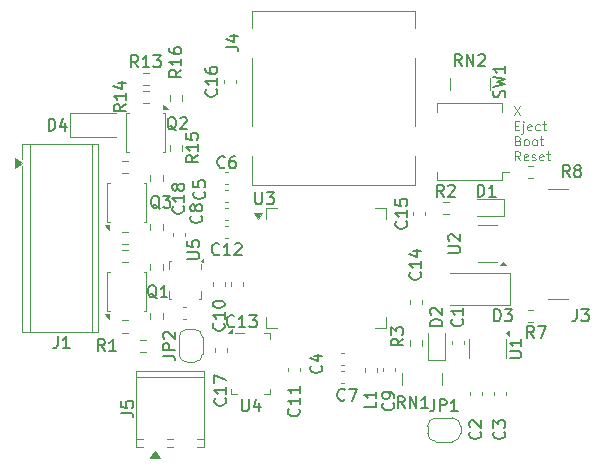
<source format=gbr>
%TF.GenerationSoftware,KiCad,Pcbnew,9.0.1*%
%TF.CreationDate,2025-05-21T17:24:49-04:00*%
%TF.ProjectId,control-module,636f6e74-726f-46c2-9d6d-6f64756c652e,rev?*%
%TF.SameCoordinates,Original*%
%TF.FileFunction,Legend,Top*%
%TF.FilePolarity,Positive*%
%FSLAX46Y46*%
G04 Gerber Fmt 4.6, Leading zero omitted, Abs format (unit mm)*
G04 Created by KiCad (PCBNEW 9.0.1) date 2025-05-21 17:24:49*
%MOMM*%
%LPD*%
G01*
G04 APERTURE LIST*
%ADD10C,0.112486*%
%ADD11C,0.150000*%
%ADD12C,0.120000*%
G04 APERTURE END LIST*
D10*
X157412488Y-60238377D02*
X157937422Y-61025777D01*
X157937422Y-60238377D02*
X157412488Y-61025777D01*
X157487479Y-61880999D02*
X157749945Y-61880999D01*
X157862431Y-62293447D02*
X157487479Y-62293447D01*
X157487479Y-62293447D02*
X157487479Y-61506047D01*
X157487479Y-61506047D02*
X157862431Y-61506047D01*
X158199889Y-61768513D02*
X158199889Y-62443428D01*
X158199889Y-62443428D02*
X158162393Y-62518418D01*
X158162393Y-62518418D02*
X158087403Y-62555913D01*
X158087403Y-62555913D02*
X158049908Y-62555913D01*
X158199889Y-61506047D02*
X158162393Y-61543542D01*
X158162393Y-61543542D02*
X158199889Y-61581037D01*
X158199889Y-61581037D02*
X158237384Y-61543542D01*
X158237384Y-61543542D02*
X158199889Y-61506047D01*
X158199889Y-61506047D02*
X158199889Y-61581037D01*
X158874803Y-62255952D02*
X158799812Y-62293447D01*
X158799812Y-62293447D02*
X158649831Y-62293447D01*
X158649831Y-62293447D02*
X158574841Y-62255952D01*
X158574841Y-62255952D02*
X158537345Y-62180961D01*
X158537345Y-62180961D02*
X158537345Y-61880999D01*
X158537345Y-61880999D02*
X158574841Y-61806009D01*
X158574841Y-61806009D02*
X158649831Y-61768513D01*
X158649831Y-61768513D02*
X158799812Y-61768513D01*
X158799812Y-61768513D02*
X158874803Y-61806009D01*
X158874803Y-61806009D02*
X158912298Y-61880999D01*
X158912298Y-61880999D02*
X158912298Y-61955990D01*
X158912298Y-61955990D02*
X158537345Y-62030980D01*
X159587212Y-62255952D02*
X159512221Y-62293447D01*
X159512221Y-62293447D02*
X159362240Y-62293447D01*
X159362240Y-62293447D02*
X159287250Y-62255952D01*
X159287250Y-62255952D02*
X159249755Y-62218456D01*
X159249755Y-62218456D02*
X159212259Y-62143466D01*
X159212259Y-62143466D02*
X159212259Y-61918494D01*
X159212259Y-61918494D02*
X159249755Y-61843504D01*
X159249755Y-61843504D02*
X159287250Y-61806009D01*
X159287250Y-61806009D02*
X159362240Y-61768513D01*
X159362240Y-61768513D02*
X159512221Y-61768513D01*
X159512221Y-61768513D02*
X159587212Y-61806009D01*
X159812183Y-61768513D02*
X160112145Y-61768513D01*
X159924669Y-61506047D02*
X159924669Y-62180961D01*
X159924669Y-62180961D02*
X159962164Y-62255952D01*
X159962164Y-62255952D02*
X160037154Y-62293447D01*
X160037154Y-62293447D02*
X160112145Y-62293447D01*
X157749945Y-63148669D02*
X157862431Y-63186164D01*
X157862431Y-63186164D02*
X157899926Y-63223660D01*
X157899926Y-63223660D02*
X157937422Y-63298650D01*
X157937422Y-63298650D02*
X157937422Y-63411136D01*
X157937422Y-63411136D02*
X157899926Y-63486126D01*
X157899926Y-63486126D02*
X157862431Y-63523622D01*
X157862431Y-63523622D02*
X157787441Y-63561117D01*
X157787441Y-63561117D02*
X157487479Y-63561117D01*
X157487479Y-63561117D02*
X157487479Y-62773717D01*
X157487479Y-62773717D02*
X157749945Y-62773717D01*
X157749945Y-62773717D02*
X157824936Y-62811212D01*
X157824936Y-62811212D02*
X157862431Y-62848707D01*
X157862431Y-62848707D02*
X157899926Y-62923698D01*
X157899926Y-62923698D02*
X157899926Y-62998688D01*
X157899926Y-62998688D02*
X157862431Y-63073679D01*
X157862431Y-63073679D02*
X157824936Y-63111174D01*
X157824936Y-63111174D02*
X157749945Y-63148669D01*
X157749945Y-63148669D02*
X157487479Y-63148669D01*
X158387364Y-63561117D02*
X158312374Y-63523622D01*
X158312374Y-63523622D02*
X158274879Y-63486126D01*
X158274879Y-63486126D02*
X158237383Y-63411136D01*
X158237383Y-63411136D02*
X158237383Y-63186164D01*
X158237383Y-63186164D02*
X158274879Y-63111174D01*
X158274879Y-63111174D02*
X158312374Y-63073679D01*
X158312374Y-63073679D02*
X158387364Y-63036183D01*
X158387364Y-63036183D02*
X158499850Y-63036183D01*
X158499850Y-63036183D02*
X158574841Y-63073679D01*
X158574841Y-63073679D02*
X158612336Y-63111174D01*
X158612336Y-63111174D02*
X158649831Y-63186164D01*
X158649831Y-63186164D02*
X158649831Y-63411136D01*
X158649831Y-63411136D02*
X158612336Y-63486126D01*
X158612336Y-63486126D02*
X158574841Y-63523622D01*
X158574841Y-63523622D02*
X158499850Y-63561117D01*
X158499850Y-63561117D02*
X158387364Y-63561117D01*
X159099774Y-63561117D02*
X159024784Y-63523622D01*
X159024784Y-63523622D02*
X158987289Y-63486126D01*
X158987289Y-63486126D02*
X158949793Y-63411136D01*
X158949793Y-63411136D02*
X158949793Y-63186164D01*
X158949793Y-63186164D02*
X158987289Y-63111174D01*
X158987289Y-63111174D02*
X159024784Y-63073679D01*
X159024784Y-63073679D02*
X159099774Y-63036183D01*
X159099774Y-63036183D02*
X159212260Y-63036183D01*
X159212260Y-63036183D02*
X159287251Y-63073679D01*
X159287251Y-63073679D02*
X159324746Y-63111174D01*
X159324746Y-63111174D02*
X159362241Y-63186164D01*
X159362241Y-63186164D02*
X159362241Y-63411136D01*
X159362241Y-63411136D02*
X159324746Y-63486126D01*
X159324746Y-63486126D02*
X159287251Y-63523622D01*
X159287251Y-63523622D02*
X159212260Y-63561117D01*
X159212260Y-63561117D02*
X159099774Y-63561117D01*
X159587213Y-63036183D02*
X159887175Y-63036183D01*
X159699699Y-62773717D02*
X159699699Y-63448631D01*
X159699699Y-63448631D02*
X159737194Y-63523622D01*
X159737194Y-63523622D02*
X159812184Y-63561117D01*
X159812184Y-63561117D02*
X159887175Y-63561117D01*
X157937422Y-64828787D02*
X157674955Y-64453834D01*
X157487479Y-64828787D02*
X157487479Y-64041387D01*
X157487479Y-64041387D02*
X157787441Y-64041387D01*
X157787441Y-64041387D02*
X157862431Y-64078882D01*
X157862431Y-64078882D02*
X157899926Y-64116377D01*
X157899926Y-64116377D02*
X157937422Y-64191368D01*
X157937422Y-64191368D02*
X157937422Y-64303853D01*
X157937422Y-64303853D02*
X157899926Y-64378844D01*
X157899926Y-64378844D02*
X157862431Y-64416339D01*
X157862431Y-64416339D02*
X157787441Y-64453834D01*
X157787441Y-64453834D02*
X157487479Y-64453834D01*
X158574841Y-64791292D02*
X158499850Y-64828787D01*
X158499850Y-64828787D02*
X158349869Y-64828787D01*
X158349869Y-64828787D02*
X158274879Y-64791292D01*
X158274879Y-64791292D02*
X158237383Y-64716301D01*
X158237383Y-64716301D02*
X158237383Y-64416339D01*
X158237383Y-64416339D02*
X158274879Y-64341349D01*
X158274879Y-64341349D02*
X158349869Y-64303853D01*
X158349869Y-64303853D02*
X158499850Y-64303853D01*
X158499850Y-64303853D02*
X158574841Y-64341349D01*
X158574841Y-64341349D02*
X158612336Y-64416339D01*
X158612336Y-64416339D02*
X158612336Y-64491330D01*
X158612336Y-64491330D02*
X158237383Y-64566320D01*
X158912297Y-64791292D02*
X158987288Y-64828787D01*
X158987288Y-64828787D02*
X159137269Y-64828787D01*
X159137269Y-64828787D02*
X159212259Y-64791292D01*
X159212259Y-64791292D02*
X159249755Y-64716301D01*
X159249755Y-64716301D02*
X159249755Y-64678806D01*
X159249755Y-64678806D02*
X159212259Y-64603815D01*
X159212259Y-64603815D02*
X159137269Y-64566320D01*
X159137269Y-64566320D02*
X159024783Y-64566320D01*
X159024783Y-64566320D02*
X158949793Y-64528825D01*
X158949793Y-64528825D02*
X158912297Y-64453834D01*
X158912297Y-64453834D02*
X158912297Y-64416339D01*
X158912297Y-64416339D02*
X158949793Y-64341349D01*
X158949793Y-64341349D02*
X159024783Y-64303853D01*
X159024783Y-64303853D02*
X159137269Y-64303853D01*
X159137269Y-64303853D02*
X159212259Y-64341349D01*
X159887174Y-64791292D02*
X159812183Y-64828787D01*
X159812183Y-64828787D02*
X159662202Y-64828787D01*
X159662202Y-64828787D02*
X159587212Y-64791292D01*
X159587212Y-64791292D02*
X159549716Y-64716301D01*
X159549716Y-64716301D02*
X159549716Y-64416339D01*
X159549716Y-64416339D02*
X159587212Y-64341349D01*
X159587212Y-64341349D02*
X159662202Y-64303853D01*
X159662202Y-64303853D02*
X159812183Y-64303853D01*
X159812183Y-64303853D02*
X159887174Y-64341349D01*
X159887174Y-64341349D02*
X159924669Y-64416339D01*
X159924669Y-64416339D02*
X159924669Y-64491330D01*
X159924669Y-64491330D02*
X159549716Y-64566320D01*
X160149640Y-64303853D02*
X160449602Y-64303853D01*
X160262126Y-64041387D02*
X160262126Y-64716301D01*
X160262126Y-64716301D02*
X160299621Y-64791292D01*
X160299621Y-64791292D02*
X160374611Y-64828787D01*
X160374611Y-64828787D02*
X160449602Y-64828787D01*
D11*
X125595142Y-56936819D02*
X125261809Y-56460628D01*
X125023714Y-56936819D02*
X125023714Y-55936819D01*
X125023714Y-55936819D02*
X125404666Y-55936819D01*
X125404666Y-55936819D02*
X125499904Y-55984438D01*
X125499904Y-55984438D02*
X125547523Y-56032057D01*
X125547523Y-56032057D02*
X125595142Y-56127295D01*
X125595142Y-56127295D02*
X125595142Y-56270152D01*
X125595142Y-56270152D02*
X125547523Y-56365390D01*
X125547523Y-56365390D02*
X125499904Y-56413009D01*
X125499904Y-56413009D02*
X125404666Y-56460628D01*
X125404666Y-56460628D02*
X125023714Y-56460628D01*
X126547523Y-56936819D02*
X125976095Y-56936819D01*
X126261809Y-56936819D02*
X126261809Y-55936819D01*
X126261809Y-55936819D02*
X126166571Y-56079676D01*
X126166571Y-56079676D02*
X126071333Y-56174914D01*
X126071333Y-56174914D02*
X125976095Y-56222533D01*
X126880857Y-55936819D02*
X127499904Y-55936819D01*
X127499904Y-55936819D02*
X127166571Y-56317771D01*
X127166571Y-56317771D02*
X127309428Y-56317771D01*
X127309428Y-56317771D02*
X127404666Y-56365390D01*
X127404666Y-56365390D02*
X127452285Y-56413009D01*
X127452285Y-56413009D02*
X127499904Y-56508247D01*
X127499904Y-56508247D02*
X127499904Y-56746342D01*
X127499904Y-56746342D02*
X127452285Y-56841580D01*
X127452285Y-56841580D02*
X127404666Y-56889200D01*
X127404666Y-56889200D02*
X127309428Y-56936819D01*
X127309428Y-56936819D02*
X127023714Y-56936819D01*
X127023714Y-56936819D02*
X126928476Y-56889200D01*
X126928476Y-56889200D02*
X126880857Y-56841580D01*
X127412761Y-68925557D02*
X127317523Y-68877938D01*
X127317523Y-68877938D02*
X127222285Y-68782700D01*
X127222285Y-68782700D02*
X127079428Y-68639842D01*
X127079428Y-68639842D02*
X126984190Y-68592223D01*
X126984190Y-68592223D02*
X126888952Y-68592223D01*
X126936571Y-68830319D02*
X126841333Y-68782700D01*
X126841333Y-68782700D02*
X126746095Y-68687461D01*
X126746095Y-68687461D02*
X126698476Y-68496985D01*
X126698476Y-68496985D02*
X126698476Y-68163652D01*
X126698476Y-68163652D02*
X126746095Y-67973176D01*
X126746095Y-67973176D02*
X126841333Y-67877938D01*
X126841333Y-67877938D02*
X126936571Y-67830319D01*
X126936571Y-67830319D02*
X127127047Y-67830319D01*
X127127047Y-67830319D02*
X127222285Y-67877938D01*
X127222285Y-67877938D02*
X127317523Y-67973176D01*
X127317523Y-67973176D02*
X127365142Y-68163652D01*
X127365142Y-68163652D02*
X127365142Y-68496985D01*
X127365142Y-68496985D02*
X127317523Y-68687461D01*
X127317523Y-68687461D02*
X127222285Y-68782700D01*
X127222285Y-68782700D02*
X127127047Y-68830319D01*
X127127047Y-68830319D02*
X126936571Y-68830319D01*
X127698476Y-67830319D02*
X128317523Y-67830319D01*
X128317523Y-67830319D02*
X127984190Y-68211271D01*
X127984190Y-68211271D02*
X128127047Y-68211271D01*
X128127047Y-68211271D02*
X128222285Y-68258890D01*
X128222285Y-68258890D02*
X128269904Y-68306509D01*
X128269904Y-68306509D02*
X128317523Y-68401747D01*
X128317523Y-68401747D02*
X128317523Y-68639842D01*
X128317523Y-68639842D02*
X128269904Y-68735080D01*
X128269904Y-68735080D02*
X128222285Y-68782700D01*
X128222285Y-68782700D02*
X128127047Y-68830319D01*
X128127047Y-68830319D02*
X127841333Y-68830319D01*
X127841333Y-68830319D02*
X127746095Y-68782700D01*
X127746095Y-68782700D02*
X127698476Y-68735080D01*
X132820580Y-78620857D02*
X132868200Y-78668476D01*
X132868200Y-78668476D02*
X132915819Y-78811333D01*
X132915819Y-78811333D02*
X132915819Y-78906571D01*
X132915819Y-78906571D02*
X132868200Y-79049428D01*
X132868200Y-79049428D02*
X132772961Y-79144666D01*
X132772961Y-79144666D02*
X132677723Y-79192285D01*
X132677723Y-79192285D02*
X132487247Y-79239904D01*
X132487247Y-79239904D02*
X132344390Y-79239904D01*
X132344390Y-79239904D02*
X132153914Y-79192285D01*
X132153914Y-79192285D02*
X132058676Y-79144666D01*
X132058676Y-79144666D02*
X131963438Y-79049428D01*
X131963438Y-79049428D02*
X131915819Y-78906571D01*
X131915819Y-78906571D02*
X131915819Y-78811333D01*
X131915819Y-78811333D02*
X131963438Y-78668476D01*
X131963438Y-78668476D02*
X132011057Y-78620857D01*
X132915819Y-77668476D02*
X132915819Y-78239904D01*
X132915819Y-77954190D02*
X131915819Y-77954190D01*
X131915819Y-77954190D02*
X132058676Y-78049428D01*
X132058676Y-78049428D02*
X132153914Y-78144666D01*
X132153914Y-78144666D02*
X132201533Y-78239904D01*
X131915819Y-77049428D02*
X131915819Y-76954190D01*
X131915819Y-76954190D02*
X131963438Y-76858952D01*
X131963438Y-76858952D02*
X132011057Y-76811333D01*
X132011057Y-76811333D02*
X132106295Y-76763714D01*
X132106295Y-76763714D02*
X132296771Y-76716095D01*
X132296771Y-76716095D02*
X132534866Y-76716095D01*
X132534866Y-76716095D02*
X132725342Y-76763714D01*
X132725342Y-76763714D02*
X132820580Y-76811333D01*
X132820580Y-76811333D02*
X132868200Y-76858952D01*
X132868200Y-76858952D02*
X132915819Y-76954190D01*
X132915819Y-76954190D02*
X132915819Y-77049428D01*
X132915819Y-77049428D02*
X132868200Y-77144666D01*
X132868200Y-77144666D02*
X132820580Y-77192285D01*
X132820580Y-77192285D02*
X132725342Y-77239904D01*
X132725342Y-77239904D02*
X132534866Y-77287523D01*
X132534866Y-77287523D02*
X132296771Y-77287523D01*
X132296771Y-77287523D02*
X132106295Y-77239904D01*
X132106295Y-77239904D02*
X132011057Y-77192285D01*
X132011057Y-77192285D02*
X131963438Y-77144666D01*
X131963438Y-77144666D02*
X131915819Y-77049428D01*
X118792666Y-79718819D02*
X118792666Y-80433104D01*
X118792666Y-80433104D02*
X118745047Y-80575961D01*
X118745047Y-80575961D02*
X118649809Y-80671200D01*
X118649809Y-80671200D02*
X118506952Y-80718819D01*
X118506952Y-80718819D02*
X118411714Y-80718819D01*
X119792666Y-80718819D02*
X119221238Y-80718819D01*
X119506952Y-80718819D02*
X119506952Y-79718819D01*
X119506952Y-79718819D02*
X119411714Y-79861676D01*
X119411714Y-79861676D02*
X119316476Y-79956914D01*
X119316476Y-79956914D02*
X119221238Y-80004533D01*
X151471333Y-67891819D02*
X151138000Y-67415628D01*
X150899905Y-67891819D02*
X150899905Y-66891819D01*
X150899905Y-66891819D02*
X151280857Y-66891819D01*
X151280857Y-66891819D02*
X151376095Y-66939438D01*
X151376095Y-66939438D02*
X151423714Y-66987057D01*
X151423714Y-66987057D02*
X151471333Y-67082295D01*
X151471333Y-67082295D02*
X151471333Y-67225152D01*
X151471333Y-67225152D02*
X151423714Y-67320390D01*
X151423714Y-67320390D02*
X151376095Y-67368009D01*
X151376095Y-67368009D02*
X151280857Y-67415628D01*
X151280857Y-67415628D02*
X150899905Y-67415628D01*
X151852286Y-66987057D02*
X151899905Y-66939438D01*
X151899905Y-66939438D02*
X151995143Y-66891819D01*
X151995143Y-66891819D02*
X152233238Y-66891819D01*
X152233238Y-66891819D02*
X152328476Y-66939438D01*
X152328476Y-66939438D02*
X152376095Y-66987057D01*
X152376095Y-66987057D02*
X152423714Y-67082295D01*
X152423714Y-67082295D02*
X152423714Y-67177533D01*
X152423714Y-67177533D02*
X152376095Y-67320390D01*
X152376095Y-67320390D02*
X151804667Y-67891819D01*
X151804667Y-67891819D02*
X152423714Y-67891819D01*
X127158761Y-76496057D02*
X127063523Y-76448438D01*
X127063523Y-76448438D02*
X126968285Y-76353200D01*
X126968285Y-76353200D02*
X126825428Y-76210342D01*
X126825428Y-76210342D02*
X126730190Y-76162723D01*
X126730190Y-76162723D02*
X126634952Y-76162723D01*
X126682571Y-76400819D02*
X126587333Y-76353200D01*
X126587333Y-76353200D02*
X126492095Y-76257961D01*
X126492095Y-76257961D02*
X126444476Y-76067485D01*
X126444476Y-76067485D02*
X126444476Y-75734152D01*
X126444476Y-75734152D02*
X126492095Y-75543676D01*
X126492095Y-75543676D02*
X126587333Y-75448438D01*
X126587333Y-75448438D02*
X126682571Y-75400819D01*
X126682571Y-75400819D02*
X126873047Y-75400819D01*
X126873047Y-75400819D02*
X126968285Y-75448438D01*
X126968285Y-75448438D02*
X127063523Y-75543676D01*
X127063523Y-75543676D02*
X127111142Y-75734152D01*
X127111142Y-75734152D02*
X127111142Y-76067485D01*
X127111142Y-76067485D02*
X127063523Y-76257961D01*
X127063523Y-76257961D02*
X126968285Y-76353200D01*
X126968285Y-76353200D02*
X126873047Y-76400819D01*
X126873047Y-76400819D02*
X126682571Y-76400819D01*
X128063523Y-76400819D02*
X127492095Y-76400819D01*
X127777809Y-76400819D02*
X127777809Y-75400819D01*
X127777809Y-75400819D02*
X127682571Y-75543676D01*
X127682571Y-75543676D02*
X127587333Y-75638914D01*
X127587333Y-75638914D02*
X127492095Y-75686533D01*
X152979523Y-56842819D02*
X152646190Y-56366628D01*
X152408095Y-56842819D02*
X152408095Y-55842819D01*
X152408095Y-55842819D02*
X152789047Y-55842819D01*
X152789047Y-55842819D02*
X152884285Y-55890438D01*
X152884285Y-55890438D02*
X152931904Y-55938057D01*
X152931904Y-55938057D02*
X152979523Y-56033295D01*
X152979523Y-56033295D02*
X152979523Y-56176152D01*
X152979523Y-56176152D02*
X152931904Y-56271390D01*
X152931904Y-56271390D02*
X152884285Y-56319009D01*
X152884285Y-56319009D02*
X152789047Y-56366628D01*
X152789047Y-56366628D02*
X152408095Y-56366628D01*
X153408095Y-56842819D02*
X153408095Y-55842819D01*
X153408095Y-55842819D02*
X153979523Y-56842819D01*
X153979523Y-56842819D02*
X153979523Y-55842819D01*
X154408095Y-55938057D02*
X154455714Y-55890438D01*
X154455714Y-55890438D02*
X154550952Y-55842819D01*
X154550952Y-55842819D02*
X154789047Y-55842819D01*
X154789047Y-55842819D02*
X154884285Y-55890438D01*
X154884285Y-55890438D02*
X154931904Y-55938057D01*
X154931904Y-55938057D02*
X154979523Y-56033295D01*
X154979523Y-56033295D02*
X154979523Y-56128533D01*
X154979523Y-56128533D02*
X154931904Y-56271390D01*
X154931904Y-56271390D02*
X154360476Y-56842819D01*
X154360476Y-56842819D02*
X154979523Y-56842819D01*
X153013580Y-78271666D02*
X153061200Y-78319285D01*
X153061200Y-78319285D02*
X153108819Y-78462142D01*
X153108819Y-78462142D02*
X153108819Y-78557380D01*
X153108819Y-78557380D02*
X153061200Y-78700237D01*
X153061200Y-78700237D02*
X152965961Y-78795475D01*
X152965961Y-78795475D02*
X152870723Y-78843094D01*
X152870723Y-78843094D02*
X152680247Y-78890713D01*
X152680247Y-78890713D02*
X152537390Y-78890713D01*
X152537390Y-78890713D02*
X152346914Y-78843094D01*
X152346914Y-78843094D02*
X152251676Y-78795475D01*
X152251676Y-78795475D02*
X152156438Y-78700237D01*
X152156438Y-78700237D02*
X152108819Y-78557380D01*
X152108819Y-78557380D02*
X152108819Y-78462142D01*
X152108819Y-78462142D02*
X152156438Y-78319285D01*
X152156438Y-78319285D02*
X152204057Y-78271666D01*
X153108819Y-77319285D02*
X153108819Y-77890713D01*
X153108819Y-77604999D02*
X152108819Y-77604999D01*
X152108819Y-77604999D02*
X152251676Y-77700237D01*
X152251676Y-77700237D02*
X152346914Y-77795475D01*
X152346914Y-77795475D02*
X152394533Y-77890713D01*
X134366095Y-85052819D02*
X134366095Y-85862342D01*
X134366095Y-85862342D02*
X134413714Y-85957580D01*
X134413714Y-85957580D02*
X134461333Y-86005200D01*
X134461333Y-86005200D02*
X134556571Y-86052819D01*
X134556571Y-86052819D02*
X134747047Y-86052819D01*
X134747047Y-86052819D02*
X134842285Y-86005200D01*
X134842285Y-86005200D02*
X134889904Y-85957580D01*
X134889904Y-85957580D02*
X134937523Y-85862342D01*
X134937523Y-85862342D02*
X134937523Y-85052819D01*
X135842285Y-85386152D02*
X135842285Y-86052819D01*
X135604190Y-85005200D02*
X135366095Y-85719485D01*
X135366095Y-85719485D02*
X135985142Y-85719485D01*
X132453142Y-72749580D02*
X132405523Y-72797200D01*
X132405523Y-72797200D02*
X132262666Y-72844819D01*
X132262666Y-72844819D02*
X132167428Y-72844819D01*
X132167428Y-72844819D02*
X132024571Y-72797200D01*
X132024571Y-72797200D02*
X131929333Y-72701961D01*
X131929333Y-72701961D02*
X131881714Y-72606723D01*
X131881714Y-72606723D02*
X131834095Y-72416247D01*
X131834095Y-72416247D02*
X131834095Y-72273390D01*
X131834095Y-72273390D02*
X131881714Y-72082914D01*
X131881714Y-72082914D02*
X131929333Y-71987676D01*
X131929333Y-71987676D02*
X132024571Y-71892438D01*
X132024571Y-71892438D02*
X132167428Y-71844819D01*
X132167428Y-71844819D02*
X132262666Y-71844819D01*
X132262666Y-71844819D02*
X132405523Y-71892438D01*
X132405523Y-71892438D02*
X132453142Y-71940057D01*
X133405523Y-72844819D02*
X132834095Y-72844819D01*
X133119809Y-72844819D02*
X133119809Y-71844819D01*
X133119809Y-71844819D02*
X133024571Y-71987676D01*
X133024571Y-71987676D02*
X132929333Y-72082914D01*
X132929333Y-72082914D02*
X132834095Y-72130533D01*
X133786476Y-71940057D02*
X133834095Y-71892438D01*
X133834095Y-71892438D02*
X133929333Y-71844819D01*
X133929333Y-71844819D02*
X134167428Y-71844819D01*
X134167428Y-71844819D02*
X134262666Y-71892438D01*
X134262666Y-71892438D02*
X134310285Y-71940057D01*
X134310285Y-71940057D02*
X134357904Y-72035295D01*
X134357904Y-72035295D02*
X134357904Y-72130533D01*
X134357904Y-72130533D02*
X134310285Y-72273390D01*
X134310285Y-72273390D02*
X133738857Y-72844819D01*
X133738857Y-72844819D02*
X134357904Y-72844819D01*
X154537580Y-87796666D02*
X154585200Y-87844285D01*
X154585200Y-87844285D02*
X154632819Y-87987142D01*
X154632819Y-87987142D02*
X154632819Y-88082380D01*
X154632819Y-88082380D02*
X154585200Y-88225237D01*
X154585200Y-88225237D02*
X154489961Y-88320475D01*
X154489961Y-88320475D02*
X154394723Y-88368094D01*
X154394723Y-88368094D02*
X154204247Y-88415713D01*
X154204247Y-88415713D02*
X154061390Y-88415713D01*
X154061390Y-88415713D02*
X153870914Y-88368094D01*
X153870914Y-88368094D02*
X153775676Y-88320475D01*
X153775676Y-88320475D02*
X153680438Y-88225237D01*
X153680438Y-88225237D02*
X153632819Y-88082380D01*
X153632819Y-88082380D02*
X153632819Y-87987142D01*
X153632819Y-87987142D02*
X153680438Y-87844285D01*
X153680438Y-87844285D02*
X153728057Y-87796666D01*
X153728057Y-87415713D02*
X153680438Y-87368094D01*
X153680438Y-87368094D02*
X153632819Y-87272856D01*
X153632819Y-87272856D02*
X153632819Y-87034761D01*
X153632819Y-87034761D02*
X153680438Y-86939523D01*
X153680438Y-86939523D02*
X153728057Y-86891904D01*
X153728057Y-86891904D02*
X153823295Y-86844285D01*
X153823295Y-86844285D02*
X153918533Y-86844285D01*
X153918533Y-86844285D02*
X154061390Y-86891904D01*
X154061390Y-86891904D02*
X154632819Y-87463332D01*
X154632819Y-87463332D02*
X154632819Y-86844285D01*
X127702819Y-81351333D02*
X128417104Y-81351333D01*
X128417104Y-81351333D02*
X128559961Y-81398952D01*
X128559961Y-81398952D02*
X128655200Y-81494190D01*
X128655200Y-81494190D02*
X128702819Y-81637047D01*
X128702819Y-81637047D02*
X128702819Y-81732285D01*
X128702819Y-80875142D02*
X127702819Y-80875142D01*
X127702819Y-80875142D02*
X127702819Y-80494190D01*
X127702819Y-80494190D02*
X127750438Y-80398952D01*
X127750438Y-80398952D02*
X127798057Y-80351333D01*
X127798057Y-80351333D02*
X127893295Y-80303714D01*
X127893295Y-80303714D02*
X128036152Y-80303714D01*
X128036152Y-80303714D02*
X128131390Y-80351333D01*
X128131390Y-80351333D02*
X128179009Y-80398952D01*
X128179009Y-80398952D02*
X128226628Y-80494190D01*
X128226628Y-80494190D02*
X128226628Y-80875142D01*
X127798057Y-79922761D02*
X127750438Y-79875142D01*
X127750438Y-79875142D02*
X127702819Y-79779904D01*
X127702819Y-79779904D02*
X127702819Y-79541809D01*
X127702819Y-79541809D02*
X127750438Y-79446571D01*
X127750438Y-79446571D02*
X127798057Y-79398952D01*
X127798057Y-79398952D02*
X127893295Y-79351333D01*
X127893295Y-79351333D02*
X127988533Y-79351333D01*
X127988533Y-79351333D02*
X128131390Y-79398952D01*
X128131390Y-79398952D02*
X128702819Y-79970380D01*
X128702819Y-79970380D02*
X128702819Y-79351333D01*
X129756819Y-73151904D02*
X130566342Y-73151904D01*
X130566342Y-73151904D02*
X130661580Y-73104285D01*
X130661580Y-73104285D02*
X130709200Y-73056666D01*
X130709200Y-73056666D02*
X130756819Y-72961428D01*
X130756819Y-72961428D02*
X130756819Y-72770952D01*
X130756819Y-72770952D02*
X130709200Y-72675714D01*
X130709200Y-72675714D02*
X130661580Y-72628095D01*
X130661580Y-72628095D02*
X130566342Y-72580476D01*
X130566342Y-72580476D02*
X129756819Y-72580476D01*
X129756819Y-71628095D02*
X129756819Y-72104285D01*
X129756819Y-72104285D02*
X130233009Y-72151904D01*
X130233009Y-72151904D02*
X130185390Y-72104285D01*
X130185390Y-72104285D02*
X130137771Y-72009047D01*
X130137771Y-72009047D02*
X130137771Y-71770952D01*
X130137771Y-71770952D02*
X130185390Y-71675714D01*
X130185390Y-71675714D02*
X130233009Y-71628095D01*
X130233009Y-71628095D02*
X130328247Y-71580476D01*
X130328247Y-71580476D02*
X130566342Y-71580476D01*
X130566342Y-71580476D02*
X130661580Y-71628095D01*
X130661580Y-71628095D02*
X130709200Y-71675714D01*
X130709200Y-71675714D02*
X130756819Y-71770952D01*
X130756819Y-71770952D02*
X130756819Y-72009047D01*
X130756819Y-72009047D02*
X130709200Y-72104285D01*
X130709200Y-72104285D02*
X130661580Y-72151904D01*
X124533819Y-60078857D02*
X124057628Y-60412190D01*
X124533819Y-60650285D02*
X123533819Y-60650285D01*
X123533819Y-60650285D02*
X123533819Y-60269333D01*
X123533819Y-60269333D02*
X123581438Y-60174095D01*
X123581438Y-60174095D02*
X123629057Y-60126476D01*
X123629057Y-60126476D02*
X123724295Y-60078857D01*
X123724295Y-60078857D02*
X123867152Y-60078857D01*
X123867152Y-60078857D02*
X123962390Y-60126476D01*
X123962390Y-60126476D02*
X124010009Y-60174095D01*
X124010009Y-60174095D02*
X124057628Y-60269333D01*
X124057628Y-60269333D02*
X124057628Y-60650285D01*
X124533819Y-59126476D02*
X124533819Y-59697904D01*
X124533819Y-59412190D02*
X123533819Y-59412190D01*
X123533819Y-59412190D02*
X123676676Y-59507428D01*
X123676676Y-59507428D02*
X123771914Y-59602666D01*
X123771914Y-59602666D02*
X123819533Y-59697904D01*
X123867152Y-58269333D02*
X124533819Y-58269333D01*
X123486200Y-58507428D02*
X124200485Y-58745523D01*
X124200485Y-58745523D02*
X124200485Y-58126476D01*
X141075580Y-82208666D02*
X141123200Y-82256285D01*
X141123200Y-82256285D02*
X141170819Y-82399142D01*
X141170819Y-82399142D02*
X141170819Y-82494380D01*
X141170819Y-82494380D02*
X141123200Y-82637237D01*
X141123200Y-82637237D02*
X141027961Y-82732475D01*
X141027961Y-82732475D02*
X140932723Y-82780094D01*
X140932723Y-82780094D02*
X140742247Y-82827713D01*
X140742247Y-82827713D02*
X140599390Y-82827713D01*
X140599390Y-82827713D02*
X140408914Y-82780094D01*
X140408914Y-82780094D02*
X140313676Y-82732475D01*
X140313676Y-82732475D02*
X140218438Y-82637237D01*
X140218438Y-82637237D02*
X140170819Y-82494380D01*
X140170819Y-82494380D02*
X140170819Y-82399142D01*
X140170819Y-82399142D02*
X140218438Y-82256285D01*
X140218438Y-82256285D02*
X140266057Y-82208666D01*
X140504152Y-81351523D02*
X141170819Y-81351523D01*
X140123200Y-81589618D02*
X140837485Y-81827713D01*
X140837485Y-81827713D02*
X140837485Y-81208666D01*
X129232819Y-57157857D02*
X128756628Y-57491190D01*
X129232819Y-57729285D02*
X128232819Y-57729285D01*
X128232819Y-57729285D02*
X128232819Y-57348333D01*
X128232819Y-57348333D02*
X128280438Y-57253095D01*
X128280438Y-57253095D02*
X128328057Y-57205476D01*
X128328057Y-57205476D02*
X128423295Y-57157857D01*
X128423295Y-57157857D02*
X128566152Y-57157857D01*
X128566152Y-57157857D02*
X128661390Y-57205476D01*
X128661390Y-57205476D02*
X128709009Y-57253095D01*
X128709009Y-57253095D02*
X128756628Y-57348333D01*
X128756628Y-57348333D02*
X128756628Y-57729285D01*
X129232819Y-56205476D02*
X129232819Y-56776904D01*
X129232819Y-56491190D02*
X128232819Y-56491190D01*
X128232819Y-56491190D02*
X128375676Y-56586428D01*
X128375676Y-56586428D02*
X128470914Y-56681666D01*
X128470914Y-56681666D02*
X128518533Y-56776904D01*
X128232819Y-55348333D02*
X128232819Y-55538809D01*
X128232819Y-55538809D02*
X128280438Y-55634047D01*
X128280438Y-55634047D02*
X128328057Y-55681666D01*
X128328057Y-55681666D02*
X128470914Y-55776904D01*
X128470914Y-55776904D02*
X128661390Y-55824523D01*
X128661390Y-55824523D02*
X129042342Y-55824523D01*
X129042342Y-55824523D02*
X129137580Y-55776904D01*
X129137580Y-55776904D02*
X129185200Y-55729285D01*
X129185200Y-55729285D02*
X129232819Y-55634047D01*
X129232819Y-55634047D02*
X129232819Y-55443571D01*
X129232819Y-55443571D02*
X129185200Y-55348333D01*
X129185200Y-55348333D02*
X129137580Y-55300714D01*
X129137580Y-55300714D02*
X129042342Y-55253095D01*
X129042342Y-55253095D02*
X128804247Y-55253095D01*
X128804247Y-55253095D02*
X128709009Y-55300714D01*
X128709009Y-55300714D02*
X128661390Y-55348333D01*
X128661390Y-55348333D02*
X128613771Y-55443571D01*
X128613771Y-55443571D02*
X128613771Y-55634047D01*
X128613771Y-55634047D02*
X128661390Y-55729285D01*
X128661390Y-55729285D02*
X128709009Y-55776904D01*
X128709009Y-55776904D02*
X128804247Y-55824523D01*
X156569580Y-87796666D02*
X156617200Y-87844285D01*
X156617200Y-87844285D02*
X156664819Y-87987142D01*
X156664819Y-87987142D02*
X156664819Y-88082380D01*
X156664819Y-88082380D02*
X156617200Y-88225237D01*
X156617200Y-88225237D02*
X156521961Y-88320475D01*
X156521961Y-88320475D02*
X156426723Y-88368094D01*
X156426723Y-88368094D02*
X156236247Y-88415713D01*
X156236247Y-88415713D02*
X156093390Y-88415713D01*
X156093390Y-88415713D02*
X155902914Y-88368094D01*
X155902914Y-88368094D02*
X155807676Y-88320475D01*
X155807676Y-88320475D02*
X155712438Y-88225237D01*
X155712438Y-88225237D02*
X155664819Y-88082380D01*
X155664819Y-88082380D02*
X155664819Y-87987142D01*
X155664819Y-87987142D02*
X155712438Y-87844285D01*
X155712438Y-87844285D02*
X155760057Y-87796666D01*
X155664819Y-87463332D02*
X155664819Y-86844285D01*
X155664819Y-86844285D02*
X156045771Y-87177618D01*
X156045771Y-87177618D02*
X156045771Y-87034761D01*
X156045771Y-87034761D02*
X156093390Y-86939523D01*
X156093390Y-86939523D02*
X156141009Y-86891904D01*
X156141009Y-86891904D02*
X156236247Y-86844285D01*
X156236247Y-86844285D02*
X156474342Y-86844285D01*
X156474342Y-86844285D02*
X156569580Y-86891904D01*
X156569580Y-86891904D02*
X156617200Y-86939523D01*
X156617200Y-86939523D02*
X156664819Y-87034761D01*
X156664819Y-87034761D02*
X156664819Y-87320475D01*
X156664819Y-87320475D02*
X156617200Y-87415713D01*
X156617200Y-87415713D02*
X156569580Y-87463332D01*
X122769333Y-80972819D02*
X122436000Y-80496628D01*
X122197905Y-80972819D02*
X122197905Y-79972819D01*
X122197905Y-79972819D02*
X122578857Y-79972819D01*
X122578857Y-79972819D02*
X122674095Y-80020438D01*
X122674095Y-80020438D02*
X122721714Y-80068057D01*
X122721714Y-80068057D02*
X122769333Y-80163295D01*
X122769333Y-80163295D02*
X122769333Y-80306152D01*
X122769333Y-80306152D02*
X122721714Y-80401390D01*
X122721714Y-80401390D02*
X122674095Y-80449009D01*
X122674095Y-80449009D02*
X122578857Y-80496628D01*
X122578857Y-80496628D02*
X122197905Y-80496628D01*
X123721714Y-80972819D02*
X123150286Y-80972819D01*
X123436000Y-80972819D02*
X123436000Y-79972819D01*
X123436000Y-79972819D02*
X123340762Y-80115676D01*
X123340762Y-80115676D02*
X123245524Y-80210914D01*
X123245524Y-80210914D02*
X123150286Y-80258533D01*
X162139333Y-66240819D02*
X161806000Y-65764628D01*
X161567905Y-66240819D02*
X161567905Y-65240819D01*
X161567905Y-65240819D02*
X161948857Y-65240819D01*
X161948857Y-65240819D02*
X162044095Y-65288438D01*
X162044095Y-65288438D02*
X162091714Y-65336057D01*
X162091714Y-65336057D02*
X162139333Y-65431295D01*
X162139333Y-65431295D02*
X162139333Y-65574152D01*
X162139333Y-65574152D02*
X162091714Y-65669390D01*
X162091714Y-65669390D02*
X162044095Y-65717009D01*
X162044095Y-65717009D02*
X161948857Y-65764628D01*
X161948857Y-65764628D02*
X161567905Y-65764628D01*
X162710762Y-65669390D02*
X162615524Y-65621771D01*
X162615524Y-65621771D02*
X162567905Y-65574152D01*
X162567905Y-65574152D02*
X162520286Y-65478914D01*
X162520286Y-65478914D02*
X162520286Y-65431295D01*
X162520286Y-65431295D02*
X162567905Y-65336057D01*
X162567905Y-65336057D02*
X162615524Y-65288438D01*
X162615524Y-65288438D02*
X162710762Y-65240819D01*
X162710762Y-65240819D02*
X162901238Y-65240819D01*
X162901238Y-65240819D02*
X162996476Y-65288438D01*
X162996476Y-65288438D02*
X163044095Y-65336057D01*
X163044095Y-65336057D02*
X163091714Y-65431295D01*
X163091714Y-65431295D02*
X163091714Y-65478914D01*
X163091714Y-65478914D02*
X163044095Y-65574152D01*
X163044095Y-65574152D02*
X162996476Y-65621771D01*
X162996476Y-65621771D02*
X162901238Y-65669390D01*
X162901238Y-65669390D02*
X162710762Y-65669390D01*
X162710762Y-65669390D02*
X162615524Y-65717009D01*
X162615524Y-65717009D02*
X162567905Y-65764628D01*
X162567905Y-65764628D02*
X162520286Y-65859866D01*
X162520286Y-65859866D02*
X162520286Y-66050342D01*
X162520286Y-66050342D02*
X162567905Y-66145580D01*
X162567905Y-66145580D02*
X162615524Y-66193200D01*
X162615524Y-66193200D02*
X162710762Y-66240819D01*
X162710762Y-66240819D02*
X162901238Y-66240819D01*
X162901238Y-66240819D02*
X162996476Y-66193200D01*
X162996476Y-66193200D02*
X163044095Y-66145580D01*
X163044095Y-66145580D02*
X163091714Y-66050342D01*
X163091714Y-66050342D02*
X163091714Y-65859866D01*
X163091714Y-65859866D02*
X163044095Y-65764628D01*
X163044095Y-65764628D02*
X162996476Y-65717009D01*
X162996476Y-65717009D02*
X162901238Y-65669390D01*
X157048819Y-81533904D02*
X157858342Y-81533904D01*
X157858342Y-81533904D02*
X157953580Y-81486285D01*
X157953580Y-81486285D02*
X158001200Y-81438666D01*
X158001200Y-81438666D02*
X158048819Y-81343428D01*
X158048819Y-81343428D02*
X158048819Y-81152952D01*
X158048819Y-81152952D02*
X158001200Y-81057714D01*
X158001200Y-81057714D02*
X157953580Y-81010095D01*
X157953580Y-81010095D02*
X157858342Y-80962476D01*
X157858342Y-80962476D02*
X157048819Y-80962476D01*
X158048819Y-79962476D02*
X158048819Y-80533904D01*
X158048819Y-80248190D02*
X157048819Y-80248190D01*
X157048819Y-80248190D02*
X157191676Y-80343428D01*
X157191676Y-80343428D02*
X157286914Y-80438666D01*
X157286914Y-80438666D02*
X157334533Y-80533904D01*
X159091333Y-79862819D02*
X158758000Y-79386628D01*
X158519905Y-79862819D02*
X158519905Y-78862819D01*
X158519905Y-78862819D02*
X158900857Y-78862819D01*
X158900857Y-78862819D02*
X158996095Y-78910438D01*
X158996095Y-78910438D02*
X159043714Y-78958057D01*
X159043714Y-78958057D02*
X159091333Y-79053295D01*
X159091333Y-79053295D02*
X159091333Y-79196152D01*
X159091333Y-79196152D02*
X159043714Y-79291390D01*
X159043714Y-79291390D02*
X158996095Y-79339009D01*
X158996095Y-79339009D02*
X158900857Y-79386628D01*
X158900857Y-79386628D02*
X158519905Y-79386628D01*
X159424667Y-78862819D02*
X160091333Y-78862819D01*
X160091333Y-78862819D02*
X159662762Y-79862819D01*
X150662666Y-85052819D02*
X150662666Y-85767104D01*
X150662666Y-85767104D02*
X150615047Y-85909961D01*
X150615047Y-85909961D02*
X150519809Y-86005200D01*
X150519809Y-86005200D02*
X150376952Y-86052819D01*
X150376952Y-86052819D02*
X150281714Y-86052819D01*
X151138857Y-86052819D02*
X151138857Y-85052819D01*
X151138857Y-85052819D02*
X151519809Y-85052819D01*
X151519809Y-85052819D02*
X151615047Y-85100438D01*
X151615047Y-85100438D02*
X151662666Y-85148057D01*
X151662666Y-85148057D02*
X151710285Y-85243295D01*
X151710285Y-85243295D02*
X151710285Y-85386152D01*
X151710285Y-85386152D02*
X151662666Y-85481390D01*
X151662666Y-85481390D02*
X151615047Y-85529009D01*
X151615047Y-85529009D02*
X151519809Y-85576628D01*
X151519809Y-85576628D02*
X151138857Y-85576628D01*
X152662666Y-86052819D02*
X152091238Y-86052819D01*
X152376952Y-86052819D02*
X152376952Y-85052819D01*
X152376952Y-85052819D02*
X152281714Y-85195676D01*
X152281714Y-85195676D02*
X152186476Y-85290914D01*
X152186476Y-85290914D02*
X152091238Y-85338533D01*
X118006905Y-62303819D02*
X118006905Y-61303819D01*
X118006905Y-61303819D02*
X118245000Y-61303819D01*
X118245000Y-61303819D02*
X118387857Y-61351438D01*
X118387857Y-61351438D02*
X118483095Y-61446676D01*
X118483095Y-61446676D02*
X118530714Y-61541914D01*
X118530714Y-61541914D02*
X118578333Y-61732390D01*
X118578333Y-61732390D02*
X118578333Y-61875247D01*
X118578333Y-61875247D02*
X118530714Y-62065723D01*
X118530714Y-62065723D02*
X118483095Y-62160961D01*
X118483095Y-62160961D02*
X118387857Y-62256200D01*
X118387857Y-62256200D02*
X118245000Y-62303819D01*
X118245000Y-62303819D02*
X118006905Y-62303819D01*
X119435476Y-61637152D02*
X119435476Y-62303819D01*
X119197381Y-61256200D02*
X118959286Y-61970485D01*
X118959286Y-61970485D02*
X119578333Y-61970485D01*
X130662819Y-64396857D02*
X130186628Y-64730190D01*
X130662819Y-64968285D02*
X129662819Y-64968285D01*
X129662819Y-64968285D02*
X129662819Y-64587333D01*
X129662819Y-64587333D02*
X129710438Y-64492095D01*
X129710438Y-64492095D02*
X129758057Y-64444476D01*
X129758057Y-64444476D02*
X129853295Y-64396857D01*
X129853295Y-64396857D02*
X129996152Y-64396857D01*
X129996152Y-64396857D02*
X130091390Y-64444476D01*
X130091390Y-64444476D02*
X130139009Y-64492095D01*
X130139009Y-64492095D02*
X130186628Y-64587333D01*
X130186628Y-64587333D02*
X130186628Y-64968285D01*
X130662819Y-63444476D02*
X130662819Y-64015904D01*
X130662819Y-63730190D02*
X129662819Y-63730190D01*
X129662819Y-63730190D02*
X129805676Y-63825428D01*
X129805676Y-63825428D02*
X129900914Y-63920666D01*
X129900914Y-63920666D02*
X129948533Y-64015904D01*
X129662819Y-62539714D02*
X129662819Y-63015904D01*
X129662819Y-63015904D02*
X130139009Y-63063523D01*
X130139009Y-63063523D02*
X130091390Y-63015904D01*
X130091390Y-63015904D02*
X130043771Y-62920666D01*
X130043771Y-62920666D02*
X130043771Y-62682571D01*
X130043771Y-62682571D02*
X130091390Y-62587333D01*
X130091390Y-62587333D02*
X130139009Y-62539714D01*
X130139009Y-62539714D02*
X130234247Y-62492095D01*
X130234247Y-62492095D02*
X130472342Y-62492095D01*
X130472342Y-62492095D02*
X130567580Y-62539714D01*
X130567580Y-62539714D02*
X130615200Y-62587333D01*
X130615200Y-62587333D02*
X130662819Y-62682571D01*
X130662819Y-62682571D02*
X130662819Y-62920666D01*
X130662819Y-62920666D02*
X130615200Y-63015904D01*
X130615200Y-63015904D02*
X130567580Y-63063523D01*
X124168819Y-86185333D02*
X124883104Y-86185333D01*
X124883104Y-86185333D02*
X125025961Y-86232952D01*
X125025961Y-86232952D02*
X125121200Y-86328190D01*
X125121200Y-86328190D02*
X125168819Y-86471047D01*
X125168819Y-86471047D02*
X125168819Y-86566285D01*
X124168819Y-85232952D02*
X124168819Y-85709142D01*
X124168819Y-85709142D02*
X124645009Y-85756761D01*
X124645009Y-85756761D02*
X124597390Y-85709142D01*
X124597390Y-85709142D02*
X124549771Y-85613904D01*
X124549771Y-85613904D02*
X124549771Y-85375809D01*
X124549771Y-85375809D02*
X124597390Y-85280571D01*
X124597390Y-85280571D02*
X124645009Y-85232952D01*
X124645009Y-85232952D02*
X124740247Y-85185333D01*
X124740247Y-85185333D02*
X124978342Y-85185333D01*
X124978342Y-85185333D02*
X125073580Y-85232952D01*
X125073580Y-85232952D02*
X125121200Y-85280571D01*
X125121200Y-85280571D02*
X125168819Y-85375809D01*
X125168819Y-85375809D02*
X125168819Y-85613904D01*
X125168819Y-85613904D02*
X125121200Y-85709142D01*
X125121200Y-85709142D02*
X125073580Y-85756761D01*
X132185580Y-58808857D02*
X132233200Y-58856476D01*
X132233200Y-58856476D02*
X132280819Y-58999333D01*
X132280819Y-58999333D02*
X132280819Y-59094571D01*
X132280819Y-59094571D02*
X132233200Y-59237428D01*
X132233200Y-59237428D02*
X132137961Y-59332666D01*
X132137961Y-59332666D02*
X132042723Y-59380285D01*
X132042723Y-59380285D02*
X131852247Y-59427904D01*
X131852247Y-59427904D02*
X131709390Y-59427904D01*
X131709390Y-59427904D02*
X131518914Y-59380285D01*
X131518914Y-59380285D02*
X131423676Y-59332666D01*
X131423676Y-59332666D02*
X131328438Y-59237428D01*
X131328438Y-59237428D02*
X131280819Y-59094571D01*
X131280819Y-59094571D02*
X131280819Y-58999333D01*
X131280819Y-58999333D02*
X131328438Y-58856476D01*
X131328438Y-58856476D02*
X131376057Y-58808857D01*
X132280819Y-57856476D02*
X132280819Y-58427904D01*
X132280819Y-58142190D02*
X131280819Y-58142190D01*
X131280819Y-58142190D02*
X131423676Y-58237428D01*
X131423676Y-58237428D02*
X131518914Y-58332666D01*
X131518914Y-58332666D02*
X131566533Y-58427904D01*
X131280819Y-56999333D02*
X131280819Y-57189809D01*
X131280819Y-57189809D02*
X131328438Y-57285047D01*
X131328438Y-57285047D02*
X131376057Y-57332666D01*
X131376057Y-57332666D02*
X131518914Y-57427904D01*
X131518914Y-57427904D02*
X131709390Y-57475523D01*
X131709390Y-57475523D02*
X132090342Y-57475523D01*
X132090342Y-57475523D02*
X132185580Y-57427904D01*
X132185580Y-57427904D02*
X132233200Y-57380285D01*
X132233200Y-57380285D02*
X132280819Y-57285047D01*
X132280819Y-57285047D02*
X132280819Y-57094571D01*
X132280819Y-57094571D02*
X132233200Y-56999333D01*
X132233200Y-56999333D02*
X132185580Y-56951714D01*
X132185580Y-56951714D02*
X132090342Y-56904095D01*
X132090342Y-56904095D02*
X131852247Y-56904095D01*
X131852247Y-56904095D02*
X131757009Y-56951714D01*
X131757009Y-56951714D02*
X131709390Y-56999333D01*
X131709390Y-56999333D02*
X131661771Y-57094571D01*
X131661771Y-57094571D02*
X131661771Y-57285047D01*
X131661771Y-57285047D02*
X131709390Y-57380285D01*
X131709390Y-57380285D02*
X131757009Y-57427904D01*
X131757009Y-57427904D02*
X131852247Y-57475523D01*
X130915580Y-69508666D02*
X130963200Y-69556285D01*
X130963200Y-69556285D02*
X131010819Y-69699142D01*
X131010819Y-69699142D02*
X131010819Y-69794380D01*
X131010819Y-69794380D02*
X130963200Y-69937237D01*
X130963200Y-69937237D02*
X130867961Y-70032475D01*
X130867961Y-70032475D02*
X130772723Y-70080094D01*
X130772723Y-70080094D02*
X130582247Y-70127713D01*
X130582247Y-70127713D02*
X130439390Y-70127713D01*
X130439390Y-70127713D02*
X130248914Y-70080094D01*
X130248914Y-70080094D02*
X130153676Y-70032475D01*
X130153676Y-70032475D02*
X130058438Y-69937237D01*
X130058438Y-69937237D02*
X130010819Y-69794380D01*
X130010819Y-69794380D02*
X130010819Y-69699142D01*
X130010819Y-69699142D02*
X130058438Y-69556285D01*
X130058438Y-69556285D02*
X130106057Y-69508666D01*
X130439390Y-68937237D02*
X130391771Y-69032475D01*
X130391771Y-69032475D02*
X130344152Y-69080094D01*
X130344152Y-69080094D02*
X130248914Y-69127713D01*
X130248914Y-69127713D02*
X130201295Y-69127713D01*
X130201295Y-69127713D02*
X130106057Y-69080094D01*
X130106057Y-69080094D02*
X130058438Y-69032475D01*
X130058438Y-69032475D02*
X130010819Y-68937237D01*
X130010819Y-68937237D02*
X130010819Y-68746761D01*
X130010819Y-68746761D02*
X130058438Y-68651523D01*
X130058438Y-68651523D02*
X130106057Y-68603904D01*
X130106057Y-68603904D02*
X130201295Y-68556285D01*
X130201295Y-68556285D02*
X130248914Y-68556285D01*
X130248914Y-68556285D02*
X130344152Y-68603904D01*
X130344152Y-68603904D02*
X130391771Y-68651523D01*
X130391771Y-68651523D02*
X130439390Y-68746761D01*
X130439390Y-68746761D02*
X130439390Y-68937237D01*
X130439390Y-68937237D02*
X130487009Y-69032475D01*
X130487009Y-69032475D02*
X130534628Y-69080094D01*
X130534628Y-69080094D02*
X130629866Y-69127713D01*
X130629866Y-69127713D02*
X130820342Y-69127713D01*
X130820342Y-69127713D02*
X130915580Y-69080094D01*
X130915580Y-69080094D02*
X130963200Y-69032475D01*
X130963200Y-69032475D02*
X131010819Y-68937237D01*
X131010819Y-68937237D02*
X131010819Y-68746761D01*
X131010819Y-68746761D02*
X130963200Y-68651523D01*
X130963200Y-68651523D02*
X130915580Y-68603904D01*
X130915580Y-68603904D02*
X130820342Y-68556285D01*
X130820342Y-68556285D02*
X130629866Y-68556285D01*
X130629866Y-68556285D02*
X130534628Y-68603904D01*
X130534628Y-68603904D02*
X130487009Y-68651523D01*
X130487009Y-68651523D02*
X130439390Y-68746761D01*
X149457580Y-74302857D02*
X149505200Y-74350476D01*
X149505200Y-74350476D02*
X149552819Y-74493333D01*
X149552819Y-74493333D02*
X149552819Y-74588571D01*
X149552819Y-74588571D02*
X149505200Y-74731428D01*
X149505200Y-74731428D02*
X149409961Y-74826666D01*
X149409961Y-74826666D02*
X149314723Y-74874285D01*
X149314723Y-74874285D02*
X149124247Y-74921904D01*
X149124247Y-74921904D02*
X148981390Y-74921904D01*
X148981390Y-74921904D02*
X148790914Y-74874285D01*
X148790914Y-74874285D02*
X148695676Y-74826666D01*
X148695676Y-74826666D02*
X148600438Y-74731428D01*
X148600438Y-74731428D02*
X148552819Y-74588571D01*
X148552819Y-74588571D02*
X148552819Y-74493333D01*
X148552819Y-74493333D02*
X148600438Y-74350476D01*
X148600438Y-74350476D02*
X148648057Y-74302857D01*
X149552819Y-73350476D02*
X149552819Y-73921904D01*
X149552819Y-73636190D02*
X148552819Y-73636190D01*
X148552819Y-73636190D02*
X148695676Y-73731428D01*
X148695676Y-73731428D02*
X148790914Y-73826666D01*
X148790914Y-73826666D02*
X148838533Y-73921904D01*
X148886152Y-72493333D02*
X149552819Y-72493333D01*
X148505200Y-72731428D02*
X149219485Y-72969523D01*
X149219485Y-72969523D02*
X149219485Y-72350476D01*
X148153523Y-85798819D02*
X147820190Y-85322628D01*
X147582095Y-85798819D02*
X147582095Y-84798819D01*
X147582095Y-84798819D02*
X147963047Y-84798819D01*
X147963047Y-84798819D02*
X148058285Y-84846438D01*
X148058285Y-84846438D02*
X148105904Y-84894057D01*
X148105904Y-84894057D02*
X148153523Y-84989295D01*
X148153523Y-84989295D02*
X148153523Y-85132152D01*
X148153523Y-85132152D02*
X148105904Y-85227390D01*
X148105904Y-85227390D02*
X148058285Y-85275009D01*
X148058285Y-85275009D02*
X147963047Y-85322628D01*
X147963047Y-85322628D02*
X147582095Y-85322628D01*
X148582095Y-85798819D02*
X148582095Y-84798819D01*
X148582095Y-84798819D02*
X149153523Y-85798819D01*
X149153523Y-85798819D02*
X149153523Y-84798819D01*
X150153523Y-85798819D02*
X149582095Y-85798819D01*
X149867809Y-85798819D02*
X149867809Y-84798819D01*
X149867809Y-84798819D02*
X149772571Y-84941676D01*
X149772571Y-84941676D02*
X149677333Y-85036914D01*
X149677333Y-85036914D02*
X149582095Y-85084533D01*
X151854819Y-72643904D02*
X152664342Y-72643904D01*
X152664342Y-72643904D02*
X152759580Y-72596285D01*
X152759580Y-72596285D02*
X152807200Y-72548666D01*
X152807200Y-72548666D02*
X152854819Y-72453428D01*
X152854819Y-72453428D02*
X152854819Y-72262952D01*
X152854819Y-72262952D02*
X152807200Y-72167714D01*
X152807200Y-72167714D02*
X152759580Y-72120095D01*
X152759580Y-72120095D02*
X152664342Y-72072476D01*
X152664342Y-72072476D02*
X151854819Y-72072476D01*
X151950057Y-71643904D02*
X151902438Y-71596285D01*
X151902438Y-71596285D02*
X151854819Y-71501047D01*
X151854819Y-71501047D02*
X151854819Y-71262952D01*
X151854819Y-71262952D02*
X151902438Y-71167714D01*
X151902438Y-71167714D02*
X151950057Y-71120095D01*
X151950057Y-71120095D02*
X152045295Y-71072476D01*
X152045295Y-71072476D02*
X152140533Y-71072476D01*
X152140533Y-71072476D02*
X152283390Y-71120095D01*
X152283390Y-71120095D02*
X152854819Y-71691523D01*
X152854819Y-71691523D02*
X152854819Y-71072476D01*
X156617200Y-59499332D02*
X156664819Y-59356475D01*
X156664819Y-59356475D02*
X156664819Y-59118380D01*
X156664819Y-59118380D02*
X156617200Y-59023142D01*
X156617200Y-59023142D02*
X156569580Y-58975523D01*
X156569580Y-58975523D02*
X156474342Y-58927904D01*
X156474342Y-58927904D02*
X156379104Y-58927904D01*
X156379104Y-58927904D02*
X156283866Y-58975523D01*
X156283866Y-58975523D02*
X156236247Y-59023142D01*
X156236247Y-59023142D02*
X156188628Y-59118380D01*
X156188628Y-59118380D02*
X156141009Y-59308856D01*
X156141009Y-59308856D02*
X156093390Y-59404094D01*
X156093390Y-59404094D02*
X156045771Y-59451713D01*
X156045771Y-59451713D02*
X155950533Y-59499332D01*
X155950533Y-59499332D02*
X155855295Y-59499332D01*
X155855295Y-59499332D02*
X155760057Y-59451713D01*
X155760057Y-59451713D02*
X155712438Y-59404094D01*
X155712438Y-59404094D02*
X155664819Y-59308856D01*
X155664819Y-59308856D02*
X155664819Y-59070761D01*
X155664819Y-59070761D02*
X155712438Y-58927904D01*
X155664819Y-58594570D02*
X156664819Y-58356475D01*
X156664819Y-58356475D02*
X155950533Y-58165999D01*
X155950533Y-58165999D02*
X156664819Y-57975523D01*
X156664819Y-57975523D02*
X155664819Y-57737428D01*
X156664819Y-56832666D02*
X156664819Y-57404094D01*
X156664819Y-57118380D02*
X155664819Y-57118380D01*
X155664819Y-57118380D02*
X155807676Y-57213618D01*
X155807676Y-57213618D02*
X155902914Y-57308856D01*
X155902914Y-57308856D02*
X155950533Y-57404094D01*
X133723142Y-78845580D02*
X133675523Y-78893200D01*
X133675523Y-78893200D02*
X133532666Y-78940819D01*
X133532666Y-78940819D02*
X133437428Y-78940819D01*
X133437428Y-78940819D02*
X133294571Y-78893200D01*
X133294571Y-78893200D02*
X133199333Y-78797961D01*
X133199333Y-78797961D02*
X133151714Y-78702723D01*
X133151714Y-78702723D02*
X133104095Y-78512247D01*
X133104095Y-78512247D02*
X133104095Y-78369390D01*
X133104095Y-78369390D02*
X133151714Y-78178914D01*
X133151714Y-78178914D02*
X133199333Y-78083676D01*
X133199333Y-78083676D02*
X133294571Y-77988438D01*
X133294571Y-77988438D02*
X133437428Y-77940819D01*
X133437428Y-77940819D02*
X133532666Y-77940819D01*
X133532666Y-77940819D02*
X133675523Y-77988438D01*
X133675523Y-77988438D02*
X133723142Y-78036057D01*
X134675523Y-78940819D02*
X134104095Y-78940819D01*
X134389809Y-78940819D02*
X134389809Y-77940819D01*
X134389809Y-77940819D02*
X134294571Y-78083676D01*
X134294571Y-78083676D02*
X134199333Y-78178914D01*
X134199333Y-78178914D02*
X134104095Y-78226533D01*
X135008857Y-77940819D02*
X135627904Y-77940819D01*
X135627904Y-77940819D02*
X135294571Y-78321771D01*
X135294571Y-78321771D02*
X135437428Y-78321771D01*
X135437428Y-78321771D02*
X135532666Y-78369390D01*
X135532666Y-78369390D02*
X135580285Y-78417009D01*
X135580285Y-78417009D02*
X135627904Y-78512247D01*
X135627904Y-78512247D02*
X135627904Y-78750342D01*
X135627904Y-78750342D02*
X135580285Y-78845580D01*
X135580285Y-78845580D02*
X135532666Y-78893200D01*
X135532666Y-78893200D02*
X135437428Y-78940819D01*
X135437428Y-78940819D02*
X135151714Y-78940819D01*
X135151714Y-78940819D02*
X135056476Y-78893200D01*
X135056476Y-78893200D02*
X135008857Y-78845580D01*
X143089333Y-85068580D02*
X143041714Y-85116200D01*
X143041714Y-85116200D02*
X142898857Y-85163819D01*
X142898857Y-85163819D02*
X142803619Y-85163819D01*
X142803619Y-85163819D02*
X142660762Y-85116200D01*
X142660762Y-85116200D02*
X142565524Y-85020961D01*
X142565524Y-85020961D02*
X142517905Y-84925723D01*
X142517905Y-84925723D02*
X142470286Y-84735247D01*
X142470286Y-84735247D02*
X142470286Y-84592390D01*
X142470286Y-84592390D02*
X142517905Y-84401914D01*
X142517905Y-84401914D02*
X142565524Y-84306676D01*
X142565524Y-84306676D02*
X142660762Y-84211438D01*
X142660762Y-84211438D02*
X142803619Y-84163819D01*
X142803619Y-84163819D02*
X142898857Y-84163819D01*
X142898857Y-84163819D02*
X143041714Y-84211438D01*
X143041714Y-84211438D02*
X143089333Y-84259057D01*
X143422667Y-84163819D02*
X144089333Y-84163819D01*
X144089333Y-84163819D02*
X143660762Y-85163819D01*
X132929333Y-65383580D02*
X132881714Y-65431200D01*
X132881714Y-65431200D02*
X132738857Y-65478819D01*
X132738857Y-65478819D02*
X132643619Y-65478819D01*
X132643619Y-65478819D02*
X132500762Y-65431200D01*
X132500762Y-65431200D02*
X132405524Y-65335961D01*
X132405524Y-65335961D02*
X132357905Y-65240723D01*
X132357905Y-65240723D02*
X132310286Y-65050247D01*
X132310286Y-65050247D02*
X132310286Y-64907390D01*
X132310286Y-64907390D02*
X132357905Y-64716914D01*
X132357905Y-64716914D02*
X132405524Y-64621676D01*
X132405524Y-64621676D02*
X132500762Y-64526438D01*
X132500762Y-64526438D02*
X132643619Y-64478819D01*
X132643619Y-64478819D02*
X132738857Y-64478819D01*
X132738857Y-64478819D02*
X132881714Y-64526438D01*
X132881714Y-64526438D02*
X132929333Y-64574057D01*
X133786476Y-64478819D02*
X133596000Y-64478819D01*
X133596000Y-64478819D02*
X133500762Y-64526438D01*
X133500762Y-64526438D02*
X133453143Y-64574057D01*
X133453143Y-64574057D02*
X133357905Y-64716914D01*
X133357905Y-64716914D02*
X133310286Y-64907390D01*
X133310286Y-64907390D02*
X133310286Y-65288342D01*
X133310286Y-65288342D02*
X133357905Y-65383580D01*
X133357905Y-65383580D02*
X133405524Y-65431200D01*
X133405524Y-65431200D02*
X133500762Y-65478819D01*
X133500762Y-65478819D02*
X133691238Y-65478819D01*
X133691238Y-65478819D02*
X133786476Y-65431200D01*
X133786476Y-65431200D02*
X133834095Y-65383580D01*
X133834095Y-65383580D02*
X133881714Y-65288342D01*
X133881714Y-65288342D02*
X133881714Y-65050247D01*
X133881714Y-65050247D02*
X133834095Y-64955009D01*
X133834095Y-64955009D02*
X133786476Y-64907390D01*
X133786476Y-64907390D02*
X133691238Y-64859771D01*
X133691238Y-64859771D02*
X133500762Y-64859771D01*
X133500762Y-64859771D02*
X133405524Y-64907390D01*
X133405524Y-64907390D02*
X133357905Y-64955009D01*
X133357905Y-64955009D02*
X133310286Y-65050247D01*
X139170580Y-85859857D02*
X139218200Y-85907476D01*
X139218200Y-85907476D02*
X139265819Y-86050333D01*
X139265819Y-86050333D02*
X139265819Y-86145571D01*
X139265819Y-86145571D02*
X139218200Y-86288428D01*
X139218200Y-86288428D02*
X139122961Y-86383666D01*
X139122961Y-86383666D02*
X139027723Y-86431285D01*
X139027723Y-86431285D02*
X138837247Y-86478904D01*
X138837247Y-86478904D02*
X138694390Y-86478904D01*
X138694390Y-86478904D02*
X138503914Y-86431285D01*
X138503914Y-86431285D02*
X138408676Y-86383666D01*
X138408676Y-86383666D02*
X138313438Y-86288428D01*
X138313438Y-86288428D02*
X138265819Y-86145571D01*
X138265819Y-86145571D02*
X138265819Y-86050333D01*
X138265819Y-86050333D02*
X138313438Y-85907476D01*
X138313438Y-85907476D02*
X138361057Y-85859857D01*
X139265819Y-84907476D02*
X139265819Y-85478904D01*
X139265819Y-85193190D02*
X138265819Y-85193190D01*
X138265819Y-85193190D02*
X138408676Y-85288428D01*
X138408676Y-85288428D02*
X138503914Y-85383666D01*
X138503914Y-85383666D02*
X138551533Y-85478904D01*
X139265819Y-83955095D02*
X139265819Y-84526523D01*
X139265819Y-84240809D02*
X138265819Y-84240809D01*
X138265819Y-84240809D02*
X138408676Y-84336047D01*
X138408676Y-84336047D02*
X138503914Y-84431285D01*
X138503914Y-84431285D02*
X138551533Y-84526523D01*
X133058819Y-55197333D02*
X133773104Y-55197333D01*
X133773104Y-55197333D02*
X133915961Y-55244952D01*
X133915961Y-55244952D02*
X134011200Y-55340190D01*
X134011200Y-55340190D02*
X134058819Y-55483047D01*
X134058819Y-55483047D02*
X134058819Y-55578285D01*
X133392152Y-54292571D02*
X134058819Y-54292571D01*
X133011200Y-54530666D02*
X133725485Y-54768761D01*
X133725485Y-54768761D02*
X133725485Y-54149714D01*
X132947580Y-84970857D02*
X132995200Y-85018476D01*
X132995200Y-85018476D02*
X133042819Y-85161333D01*
X133042819Y-85161333D02*
X133042819Y-85256571D01*
X133042819Y-85256571D02*
X132995200Y-85399428D01*
X132995200Y-85399428D02*
X132899961Y-85494666D01*
X132899961Y-85494666D02*
X132804723Y-85542285D01*
X132804723Y-85542285D02*
X132614247Y-85589904D01*
X132614247Y-85589904D02*
X132471390Y-85589904D01*
X132471390Y-85589904D02*
X132280914Y-85542285D01*
X132280914Y-85542285D02*
X132185676Y-85494666D01*
X132185676Y-85494666D02*
X132090438Y-85399428D01*
X132090438Y-85399428D02*
X132042819Y-85256571D01*
X132042819Y-85256571D02*
X132042819Y-85161333D01*
X132042819Y-85161333D02*
X132090438Y-85018476D01*
X132090438Y-85018476D02*
X132138057Y-84970857D01*
X133042819Y-84018476D02*
X133042819Y-84589904D01*
X133042819Y-84304190D02*
X132042819Y-84304190D01*
X132042819Y-84304190D02*
X132185676Y-84399428D01*
X132185676Y-84399428D02*
X132280914Y-84494666D01*
X132280914Y-84494666D02*
X132328533Y-84589904D01*
X132042819Y-83685142D02*
X132042819Y-83018476D01*
X132042819Y-83018476D02*
X133042819Y-83447047D01*
X147171580Y-85383666D02*
X147219200Y-85431285D01*
X147219200Y-85431285D02*
X147266819Y-85574142D01*
X147266819Y-85574142D02*
X147266819Y-85669380D01*
X147266819Y-85669380D02*
X147219200Y-85812237D01*
X147219200Y-85812237D02*
X147123961Y-85907475D01*
X147123961Y-85907475D02*
X147028723Y-85955094D01*
X147028723Y-85955094D02*
X146838247Y-86002713D01*
X146838247Y-86002713D02*
X146695390Y-86002713D01*
X146695390Y-86002713D02*
X146504914Y-85955094D01*
X146504914Y-85955094D02*
X146409676Y-85907475D01*
X146409676Y-85907475D02*
X146314438Y-85812237D01*
X146314438Y-85812237D02*
X146266819Y-85669380D01*
X146266819Y-85669380D02*
X146266819Y-85574142D01*
X146266819Y-85574142D02*
X146314438Y-85431285D01*
X146314438Y-85431285D02*
X146362057Y-85383666D01*
X147266819Y-84907475D02*
X147266819Y-84716999D01*
X147266819Y-84716999D02*
X147219200Y-84621761D01*
X147219200Y-84621761D02*
X147171580Y-84574142D01*
X147171580Y-84574142D02*
X147028723Y-84478904D01*
X147028723Y-84478904D02*
X146838247Y-84431285D01*
X146838247Y-84431285D02*
X146457295Y-84431285D01*
X146457295Y-84431285D02*
X146362057Y-84478904D01*
X146362057Y-84478904D02*
X146314438Y-84526523D01*
X146314438Y-84526523D02*
X146266819Y-84621761D01*
X146266819Y-84621761D02*
X146266819Y-84812237D01*
X146266819Y-84812237D02*
X146314438Y-84907475D01*
X146314438Y-84907475D02*
X146362057Y-84955094D01*
X146362057Y-84955094D02*
X146457295Y-85002713D01*
X146457295Y-85002713D02*
X146695390Y-85002713D01*
X146695390Y-85002713D02*
X146790628Y-84955094D01*
X146790628Y-84955094D02*
X146838247Y-84907475D01*
X146838247Y-84907475D02*
X146885866Y-84812237D01*
X146885866Y-84812237D02*
X146885866Y-84621761D01*
X146885866Y-84621761D02*
X146838247Y-84526523D01*
X146838247Y-84526523D02*
X146790628Y-84478904D01*
X146790628Y-84478904D02*
X146695390Y-84431285D01*
X148028819Y-79922666D02*
X147552628Y-80255999D01*
X148028819Y-80494094D02*
X147028819Y-80494094D01*
X147028819Y-80494094D02*
X147028819Y-80113142D01*
X147028819Y-80113142D02*
X147076438Y-80017904D01*
X147076438Y-80017904D02*
X147124057Y-79970285D01*
X147124057Y-79970285D02*
X147219295Y-79922666D01*
X147219295Y-79922666D02*
X147362152Y-79922666D01*
X147362152Y-79922666D02*
X147457390Y-79970285D01*
X147457390Y-79970285D02*
X147505009Y-80017904D01*
X147505009Y-80017904D02*
X147552628Y-80113142D01*
X147552628Y-80113142D02*
X147552628Y-80494094D01*
X147028819Y-79589332D02*
X147028819Y-78970285D01*
X147028819Y-78970285D02*
X147409771Y-79303618D01*
X147409771Y-79303618D02*
X147409771Y-79160761D01*
X147409771Y-79160761D02*
X147457390Y-79065523D01*
X147457390Y-79065523D02*
X147505009Y-79017904D01*
X147505009Y-79017904D02*
X147600247Y-78970285D01*
X147600247Y-78970285D02*
X147838342Y-78970285D01*
X147838342Y-78970285D02*
X147933580Y-79017904D01*
X147933580Y-79017904D02*
X147981200Y-79065523D01*
X147981200Y-79065523D02*
X148028819Y-79160761D01*
X148028819Y-79160761D02*
X148028819Y-79446475D01*
X148028819Y-79446475D02*
X147981200Y-79541713D01*
X147981200Y-79541713D02*
X147933580Y-79589332D01*
X151330819Y-78843094D02*
X150330819Y-78843094D01*
X150330819Y-78843094D02*
X150330819Y-78604999D01*
X150330819Y-78604999D02*
X150378438Y-78462142D01*
X150378438Y-78462142D02*
X150473676Y-78366904D01*
X150473676Y-78366904D02*
X150568914Y-78319285D01*
X150568914Y-78319285D02*
X150759390Y-78271666D01*
X150759390Y-78271666D02*
X150902247Y-78271666D01*
X150902247Y-78271666D02*
X151092723Y-78319285D01*
X151092723Y-78319285D02*
X151187961Y-78366904D01*
X151187961Y-78366904D02*
X151283200Y-78462142D01*
X151283200Y-78462142D02*
X151330819Y-78604999D01*
X151330819Y-78604999D02*
X151330819Y-78843094D01*
X150426057Y-77890713D02*
X150378438Y-77843094D01*
X150378438Y-77843094D02*
X150330819Y-77747856D01*
X150330819Y-77747856D02*
X150330819Y-77509761D01*
X150330819Y-77509761D02*
X150378438Y-77414523D01*
X150378438Y-77414523D02*
X150426057Y-77366904D01*
X150426057Y-77366904D02*
X150521295Y-77319285D01*
X150521295Y-77319285D02*
X150616533Y-77319285D01*
X150616533Y-77319285D02*
X150759390Y-77366904D01*
X150759390Y-77366904D02*
X151330819Y-77938332D01*
X151330819Y-77938332D02*
X151330819Y-77319285D01*
X154328905Y-67891819D02*
X154328905Y-66891819D01*
X154328905Y-66891819D02*
X154567000Y-66891819D01*
X154567000Y-66891819D02*
X154709857Y-66939438D01*
X154709857Y-66939438D02*
X154805095Y-67034676D01*
X154805095Y-67034676D02*
X154852714Y-67129914D01*
X154852714Y-67129914D02*
X154900333Y-67320390D01*
X154900333Y-67320390D02*
X154900333Y-67463247D01*
X154900333Y-67463247D02*
X154852714Y-67653723D01*
X154852714Y-67653723D02*
X154805095Y-67748961D01*
X154805095Y-67748961D02*
X154709857Y-67844200D01*
X154709857Y-67844200D02*
X154567000Y-67891819D01*
X154567000Y-67891819D02*
X154328905Y-67891819D01*
X155852714Y-67891819D02*
X155281286Y-67891819D01*
X155567000Y-67891819D02*
X155567000Y-66891819D01*
X155567000Y-66891819D02*
X155471762Y-67034676D01*
X155471762Y-67034676D02*
X155376524Y-67129914D01*
X155376524Y-67129914D02*
X155281286Y-67177533D01*
X129391580Y-68714857D02*
X129439200Y-68762476D01*
X129439200Y-68762476D02*
X129486819Y-68905333D01*
X129486819Y-68905333D02*
X129486819Y-69000571D01*
X129486819Y-69000571D02*
X129439200Y-69143428D01*
X129439200Y-69143428D02*
X129343961Y-69238666D01*
X129343961Y-69238666D02*
X129248723Y-69286285D01*
X129248723Y-69286285D02*
X129058247Y-69333904D01*
X129058247Y-69333904D02*
X128915390Y-69333904D01*
X128915390Y-69333904D02*
X128724914Y-69286285D01*
X128724914Y-69286285D02*
X128629676Y-69238666D01*
X128629676Y-69238666D02*
X128534438Y-69143428D01*
X128534438Y-69143428D02*
X128486819Y-69000571D01*
X128486819Y-69000571D02*
X128486819Y-68905333D01*
X128486819Y-68905333D02*
X128534438Y-68762476D01*
X128534438Y-68762476D02*
X128582057Y-68714857D01*
X129486819Y-67762476D02*
X129486819Y-68333904D01*
X129486819Y-68048190D02*
X128486819Y-68048190D01*
X128486819Y-68048190D02*
X128629676Y-68143428D01*
X128629676Y-68143428D02*
X128724914Y-68238666D01*
X128724914Y-68238666D02*
X128772533Y-68333904D01*
X128915390Y-67191047D02*
X128867771Y-67286285D01*
X128867771Y-67286285D02*
X128820152Y-67333904D01*
X128820152Y-67333904D02*
X128724914Y-67381523D01*
X128724914Y-67381523D02*
X128677295Y-67381523D01*
X128677295Y-67381523D02*
X128582057Y-67333904D01*
X128582057Y-67333904D02*
X128534438Y-67286285D01*
X128534438Y-67286285D02*
X128486819Y-67191047D01*
X128486819Y-67191047D02*
X128486819Y-67000571D01*
X128486819Y-67000571D02*
X128534438Y-66905333D01*
X128534438Y-66905333D02*
X128582057Y-66857714D01*
X128582057Y-66857714D02*
X128677295Y-66810095D01*
X128677295Y-66810095D02*
X128724914Y-66810095D01*
X128724914Y-66810095D02*
X128820152Y-66857714D01*
X128820152Y-66857714D02*
X128867771Y-66905333D01*
X128867771Y-66905333D02*
X128915390Y-67000571D01*
X128915390Y-67000571D02*
X128915390Y-67191047D01*
X128915390Y-67191047D02*
X128963009Y-67286285D01*
X128963009Y-67286285D02*
X129010628Y-67333904D01*
X129010628Y-67333904D02*
X129105866Y-67381523D01*
X129105866Y-67381523D02*
X129296342Y-67381523D01*
X129296342Y-67381523D02*
X129391580Y-67333904D01*
X129391580Y-67333904D02*
X129439200Y-67286285D01*
X129439200Y-67286285D02*
X129486819Y-67191047D01*
X129486819Y-67191047D02*
X129486819Y-67000571D01*
X129486819Y-67000571D02*
X129439200Y-66905333D01*
X129439200Y-66905333D02*
X129391580Y-66857714D01*
X129391580Y-66857714D02*
X129296342Y-66810095D01*
X129296342Y-66810095D02*
X129105866Y-66810095D01*
X129105866Y-66810095D02*
X129010628Y-66857714D01*
X129010628Y-66857714D02*
X128963009Y-66905333D01*
X128963009Y-66905333D02*
X128915390Y-67000571D01*
X131169580Y-67476666D02*
X131217200Y-67524285D01*
X131217200Y-67524285D02*
X131264819Y-67667142D01*
X131264819Y-67667142D02*
X131264819Y-67762380D01*
X131264819Y-67762380D02*
X131217200Y-67905237D01*
X131217200Y-67905237D02*
X131121961Y-68000475D01*
X131121961Y-68000475D02*
X131026723Y-68048094D01*
X131026723Y-68048094D02*
X130836247Y-68095713D01*
X130836247Y-68095713D02*
X130693390Y-68095713D01*
X130693390Y-68095713D02*
X130502914Y-68048094D01*
X130502914Y-68048094D02*
X130407676Y-68000475D01*
X130407676Y-68000475D02*
X130312438Y-67905237D01*
X130312438Y-67905237D02*
X130264819Y-67762380D01*
X130264819Y-67762380D02*
X130264819Y-67667142D01*
X130264819Y-67667142D02*
X130312438Y-67524285D01*
X130312438Y-67524285D02*
X130360057Y-67476666D01*
X130264819Y-66571904D02*
X130264819Y-67048094D01*
X130264819Y-67048094D02*
X130741009Y-67095713D01*
X130741009Y-67095713D02*
X130693390Y-67048094D01*
X130693390Y-67048094D02*
X130645771Y-66952856D01*
X130645771Y-66952856D02*
X130645771Y-66714761D01*
X130645771Y-66714761D02*
X130693390Y-66619523D01*
X130693390Y-66619523D02*
X130741009Y-66571904D01*
X130741009Y-66571904D02*
X130836247Y-66524285D01*
X130836247Y-66524285D02*
X131074342Y-66524285D01*
X131074342Y-66524285D02*
X131169580Y-66571904D01*
X131169580Y-66571904D02*
X131217200Y-66619523D01*
X131217200Y-66619523D02*
X131264819Y-66714761D01*
X131264819Y-66714761D02*
X131264819Y-66952856D01*
X131264819Y-66952856D02*
X131217200Y-67048094D01*
X131217200Y-67048094D02*
X131169580Y-67095713D01*
X155725905Y-78432819D02*
X155725905Y-77432819D01*
X155725905Y-77432819D02*
X155964000Y-77432819D01*
X155964000Y-77432819D02*
X156106857Y-77480438D01*
X156106857Y-77480438D02*
X156202095Y-77575676D01*
X156202095Y-77575676D02*
X156249714Y-77670914D01*
X156249714Y-77670914D02*
X156297333Y-77861390D01*
X156297333Y-77861390D02*
X156297333Y-78004247D01*
X156297333Y-78004247D02*
X156249714Y-78194723D01*
X156249714Y-78194723D02*
X156202095Y-78289961D01*
X156202095Y-78289961D02*
X156106857Y-78385200D01*
X156106857Y-78385200D02*
X155964000Y-78432819D01*
X155964000Y-78432819D02*
X155725905Y-78432819D01*
X156630667Y-77432819D02*
X157249714Y-77432819D01*
X157249714Y-77432819D02*
X156916381Y-77813771D01*
X156916381Y-77813771D02*
X157059238Y-77813771D01*
X157059238Y-77813771D02*
X157154476Y-77861390D01*
X157154476Y-77861390D02*
X157202095Y-77909009D01*
X157202095Y-77909009D02*
X157249714Y-78004247D01*
X157249714Y-78004247D02*
X157249714Y-78242342D01*
X157249714Y-78242342D02*
X157202095Y-78337580D01*
X157202095Y-78337580D02*
X157154476Y-78385200D01*
X157154476Y-78385200D02*
X157059238Y-78432819D01*
X157059238Y-78432819D02*
X156773524Y-78432819D01*
X156773524Y-78432819D02*
X156678286Y-78385200D01*
X156678286Y-78385200D02*
X156630667Y-78337580D01*
X128809761Y-62272057D02*
X128714523Y-62224438D01*
X128714523Y-62224438D02*
X128619285Y-62129200D01*
X128619285Y-62129200D02*
X128476428Y-61986342D01*
X128476428Y-61986342D02*
X128381190Y-61938723D01*
X128381190Y-61938723D02*
X128285952Y-61938723D01*
X128333571Y-62176819D02*
X128238333Y-62129200D01*
X128238333Y-62129200D02*
X128143095Y-62033961D01*
X128143095Y-62033961D02*
X128095476Y-61843485D01*
X128095476Y-61843485D02*
X128095476Y-61510152D01*
X128095476Y-61510152D02*
X128143095Y-61319676D01*
X128143095Y-61319676D02*
X128238333Y-61224438D01*
X128238333Y-61224438D02*
X128333571Y-61176819D01*
X128333571Y-61176819D02*
X128524047Y-61176819D01*
X128524047Y-61176819D02*
X128619285Y-61224438D01*
X128619285Y-61224438D02*
X128714523Y-61319676D01*
X128714523Y-61319676D02*
X128762142Y-61510152D01*
X128762142Y-61510152D02*
X128762142Y-61843485D01*
X128762142Y-61843485D02*
X128714523Y-62033961D01*
X128714523Y-62033961D02*
X128619285Y-62129200D01*
X128619285Y-62129200D02*
X128524047Y-62176819D01*
X128524047Y-62176819D02*
X128333571Y-62176819D01*
X129143095Y-61272057D02*
X129190714Y-61224438D01*
X129190714Y-61224438D02*
X129285952Y-61176819D01*
X129285952Y-61176819D02*
X129524047Y-61176819D01*
X129524047Y-61176819D02*
X129619285Y-61224438D01*
X129619285Y-61224438D02*
X129666904Y-61272057D01*
X129666904Y-61272057D02*
X129714523Y-61367295D01*
X129714523Y-61367295D02*
X129714523Y-61462533D01*
X129714523Y-61462533D02*
X129666904Y-61605390D01*
X129666904Y-61605390D02*
X129095476Y-62176819D01*
X129095476Y-62176819D02*
X129714523Y-62176819D01*
X162734666Y-77432819D02*
X162734666Y-78147104D01*
X162734666Y-78147104D02*
X162687047Y-78289961D01*
X162687047Y-78289961D02*
X162591809Y-78385200D01*
X162591809Y-78385200D02*
X162448952Y-78432819D01*
X162448952Y-78432819D02*
X162353714Y-78432819D01*
X163115619Y-77432819D02*
X163734666Y-77432819D01*
X163734666Y-77432819D02*
X163401333Y-77813771D01*
X163401333Y-77813771D02*
X163544190Y-77813771D01*
X163544190Y-77813771D02*
X163639428Y-77861390D01*
X163639428Y-77861390D02*
X163687047Y-77909009D01*
X163687047Y-77909009D02*
X163734666Y-78004247D01*
X163734666Y-78004247D02*
X163734666Y-78242342D01*
X163734666Y-78242342D02*
X163687047Y-78337580D01*
X163687047Y-78337580D02*
X163639428Y-78385200D01*
X163639428Y-78385200D02*
X163544190Y-78432819D01*
X163544190Y-78432819D02*
X163258476Y-78432819D01*
X163258476Y-78432819D02*
X163163238Y-78385200D01*
X163163238Y-78385200D02*
X163115619Y-78337580D01*
X145742819Y-85256666D02*
X145742819Y-85732856D01*
X145742819Y-85732856D02*
X144742819Y-85732856D01*
X145742819Y-84399523D02*
X145742819Y-84970951D01*
X145742819Y-84685237D02*
X144742819Y-84685237D01*
X144742819Y-84685237D02*
X144885676Y-84780475D01*
X144885676Y-84780475D02*
X144980914Y-84875713D01*
X144980914Y-84875713D02*
X145028533Y-84970951D01*
X135509095Y-67526819D02*
X135509095Y-68336342D01*
X135509095Y-68336342D02*
X135556714Y-68431580D01*
X135556714Y-68431580D02*
X135604333Y-68479200D01*
X135604333Y-68479200D02*
X135699571Y-68526819D01*
X135699571Y-68526819D02*
X135890047Y-68526819D01*
X135890047Y-68526819D02*
X135985285Y-68479200D01*
X135985285Y-68479200D02*
X136032904Y-68431580D01*
X136032904Y-68431580D02*
X136080523Y-68336342D01*
X136080523Y-68336342D02*
X136080523Y-67526819D01*
X136461476Y-67526819D02*
X137080523Y-67526819D01*
X137080523Y-67526819D02*
X136747190Y-67907771D01*
X136747190Y-67907771D02*
X136890047Y-67907771D01*
X136890047Y-67907771D02*
X136985285Y-67955390D01*
X136985285Y-67955390D02*
X137032904Y-68003009D01*
X137032904Y-68003009D02*
X137080523Y-68098247D01*
X137080523Y-68098247D02*
X137080523Y-68336342D01*
X137080523Y-68336342D02*
X137032904Y-68431580D01*
X137032904Y-68431580D02*
X136985285Y-68479200D01*
X136985285Y-68479200D02*
X136890047Y-68526819D01*
X136890047Y-68526819D02*
X136604333Y-68526819D01*
X136604333Y-68526819D02*
X136509095Y-68479200D01*
X136509095Y-68479200D02*
X136461476Y-68431580D01*
X148281580Y-69984857D02*
X148329200Y-70032476D01*
X148329200Y-70032476D02*
X148376819Y-70175333D01*
X148376819Y-70175333D02*
X148376819Y-70270571D01*
X148376819Y-70270571D02*
X148329200Y-70413428D01*
X148329200Y-70413428D02*
X148233961Y-70508666D01*
X148233961Y-70508666D02*
X148138723Y-70556285D01*
X148138723Y-70556285D02*
X147948247Y-70603904D01*
X147948247Y-70603904D02*
X147805390Y-70603904D01*
X147805390Y-70603904D02*
X147614914Y-70556285D01*
X147614914Y-70556285D02*
X147519676Y-70508666D01*
X147519676Y-70508666D02*
X147424438Y-70413428D01*
X147424438Y-70413428D02*
X147376819Y-70270571D01*
X147376819Y-70270571D02*
X147376819Y-70175333D01*
X147376819Y-70175333D02*
X147424438Y-70032476D01*
X147424438Y-70032476D02*
X147472057Y-69984857D01*
X148376819Y-69032476D02*
X148376819Y-69603904D01*
X148376819Y-69318190D02*
X147376819Y-69318190D01*
X147376819Y-69318190D02*
X147519676Y-69413428D01*
X147519676Y-69413428D02*
X147614914Y-69508666D01*
X147614914Y-69508666D02*
X147662533Y-69603904D01*
X147376819Y-68127714D02*
X147376819Y-68603904D01*
X147376819Y-68603904D02*
X147853009Y-68651523D01*
X147853009Y-68651523D02*
X147805390Y-68603904D01*
X147805390Y-68603904D02*
X147757771Y-68508666D01*
X147757771Y-68508666D02*
X147757771Y-68270571D01*
X147757771Y-68270571D02*
X147805390Y-68175333D01*
X147805390Y-68175333D02*
X147853009Y-68127714D01*
X147853009Y-68127714D02*
X147948247Y-68080095D01*
X147948247Y-68080095D02*
X148186342Y-68080095D01*
X148186342Y-68080095D02*
X148281580Y-68127714D01*
X148281580Y-68127714D02*
X148329200Y-68175333D01*
X148329200Y-68175333D02*
X148376819Y-68270571D01*
X148376819Y-68270571D02*
X148376819Y-68508666D01*
X148376819Y-68508666D02*
X148329200Y-68603904D01*
X148329200Y-68603904D02*
X148281580Y-68651523D01*
D12*
%TO.C,R10*%
X126638500Y-78232724D02*
X126638500Y-77723276D01*
X127683500Y-78232724D02*
X127683500Y-77723276D01*
%TO.C,R13*%
X125983276Y-57389500D02*
X126492724Y-57389500D01*
X125983276Y-58434500D02*
X126492724Y-58434500D01*
%TO.C,Q3*%
X122989000Y-66740500D02*
X123174000Y-66740500D01*
X122989000Y-70010500D02*
X122989000Y-66740500D01*
X122989000Y-70010500D02*
X123174000Y-70010500D01*
X126074000Y-66740500D02*
X126259000Y-66740500D01*
X126074000Y-70010500D02*
X126259000Y-70010500D01*
X126259000Y-70010500D02*
X126259000Y-66740500D01*
X123164000Y-70730500D02*
X122764000Y-70330500D01*
X123164000Y-70330500D01*
X123164000Y-70730500D01*
G36*
X123164000Y-70730500D02*
G01*
X122764000Y-70330500D01*
X123164000Y-70330500D01*
X123164000Y-70730500D01*
G37*
%TO.C,R20*%
X124242276Y-64882500D02*
X124751724Y-64882500D01*
X124242276Y-65927500D02*
X124751724Y-65927500D01*
%TO.C,C10*%
X131951000Y-75457267D02*
X131951000Y-75164733D01*
X132971000Y-75457267D02*
X132971000Y-75164733D01*
%TO.C,J1*%
X115784500Y-63404000D02*
X115784500Y-64724000D01*
X115784500Y-65324000D02*
X115784500Y-79344000D01*
X116404500Y-63404000D02*
X116404500Y-79344000D01*
X121704500Y-63404000D02*
X121704500Y-79344000D01*
X122224500Y-63404000D02*
X115784500Y-63404000D01*
X122224500Y-63404000D02*
X122224500Y-79344000D01*
X122224500Y-79344000D02*
X115784500Y-79344000D01*
X115784500Y-65024000D02*
X115174500Y-65464000D01*
X115174500Y-64584000D01*
X115784500Y-65024000D01*
G36*
X115784500Y-65024000D02*
G01*
X115174500Y-65464000D01*
X115174500Y-64584000D01*
X115784500Y-65024000D01*
G37*
%TO.C,R12*%
X124242276Y-72409500D02*
X124751724Y-72409500D01*
X124242276Y-73454500D02*
X124751724Y-73454500D01*
%TO.C,R2*%
X151400742Y-68311500D02*
X151875258Y-68311500D01*
X151400742Y-69356500D02*
X151875258Y-69356500D01*
%TO.C,Q1*%
X122989000Y-74267500D02*
X123174000Y-74267500D01*
X122989000Y-77537500D02*
X122989000Y-74267500D01*
X122989000Y-77537500D02*
X123174000Y-77537500D01*
X126074000Y-74267500D02*
X126259000Y-74267500D01*
X126074000Y-77537500D02*
X126259000Y-77537500D01*
X126259000Y-77537500D02*
X126259000Y-74267500D01*
X123164000Y-78257500D02*
X122764000Y-77857500D01*
X123164000Y-77857500D01*
X123164000Y-78257500D01*
G36*
X123164000Y-78257500D02*
G01*
X122764000Y-77857500D01*
X123164000Y-77857500D01*
X123164000Y-78257500D01*
G37*
%TO.C,RN2*%
X151990000Y-58858000D02*
X151990000Y-57858000D01*
X155350000Y-58858000D02*
X155350000Y-57858000D01*
%TO.C,C1*%
X152144000Y-80123420D02*
X152144000Y-80404580D01*
X153164000Y-80123420D02*
X153164000Y-80404580D01*
%TO.C,U4*%
X133478000Y-84642000D02*
X133478000Y-84142000D01*
X133778000Y-79442000D02*
X134528000Y-79442000D01*
X133978000Y-84642000D02*
X133478000Y-84642000D01*
X136278000Y-79442000D02*
X136778000Y-79442000D01*
X136778000Y-79442000D02*
X136778000Y-79942000D01*
X136778000Y-84142000D02*
X136778000Y-84642000D01*
X136778000Y-84642000D02*
X136278000Y-84642000D01*
X133578000Y-79442000D02*
X133218000Y-79442000D01*
X133578000Y-79082000D01*
X133578000Y-79442000D01*
G36*
X133578000Y-79442000D02*
G01*
X133218000Y-79442000D01*
X133578000Y-79082000D01*
X133578000Y-79442000D01*
G37*
%TO.C,C12*%
X133242267Y-70356000D02*
X132949733Y-70356000D01*
X133242267Y-71376000D02*
X132949733Y-71376000D01*
%TO.C,C2*%
X153668000Y-84441420D02*
X153668000Y-84722580D01*
X154688000Y-84441420D02*
X154688000Y-84722580D01*
%TO.C,JP2*%
X129048000Y-81218000D02*
X129048000Y-79818000D01*
X129748000Y-79118000D02*
X130348000Y-79118000D01*
X130348000Y-81918000D02*
X129748000Y-81918000D01*
X131048000Y-79818000D02*
X131048000Y-81218000D01*
X129048000Y-79818000D02*
G75*
G02*
X129748000Y-79118000I700000J0D01*
G01*
X129748000Y-81918000D02*
G75*
G02*
X129048000Y-81218000I-1J699999D01*
G01*
X130348000Y-79118000D02*
G75*
G02*
X131048000Y-79818000I0J-700000D01*
G01*
X131048000Y-81218000D02*
G75*
G02*
X130348000Y-81918000I-699999J-1D01*
G01*
%TO.C,U5*%
X128180000Y-73320000D02*
X128355000Y-73320000D01*
X128180000Y-73995000D02*
X128180000Y-73320000D01*
X128180000Y-75865000D02*
X128180000Y-76540000D01*
X128180000Y-76540000D02*
X128355000Y-76540000D01*
X130900000Y-73995000D02*
X130900000Y-73620000D01*
X130900000Y-75865000D02*
X130900000Y-76540000D01*
X130900000Y-76540000D02*
X130725000Y-76540000D01*
X131090000Y-73460000D02*
X130900000Y-73320000D01*
X131090000Y-73180000D01*
X131090000Y-73460000D01*
G36*
X131090000Y-73460000D02*
G01*
X130900000Y-73320000D01*
X131090000Y-73180000D01*
X131090000Y-73460000D01*
G37*
%TO.C,R14*%
X126492724Y-58913500D02*
X125983276Y-58913500D01*
X126492724Y-59958500D02*
X125983276Y-59958500D01*
%TO.C,C4*%
X143021267Y-81151000D02*
X142728733Y-81151000D01*
X143021267Y-82171000D02*
X142728733Y-82171000D01*
%TO.C,R16*%
X128255500Y-59308276D02*
X128255500Y-59817724D01*
X129300500Y-59308276D02*
X129300500Y-59817724D01*
%TO.C,C3*%
X155700000Y-84441420D02*
X155700000Y-84722580D01*
X156720000Y-84441420D02*
X156720000Y-84722580D01*
%TO.C,R19*%
X126638500Y-66039276D02*
X126638500Y-66548724D01*
X127683500Y-66039276D02*
X127683500Y-66548724D01*
%TO.C,R1*%
X125746742Y-79995500D02*
X126221258Y-79995500D01*
X125746742Y-81040500D02*
X126221258Y-81040500D01*
%TO.C,R8*%
X159050258Y-65263500D02*
X158575742Y-65263500D01*
X159050258Y-66308500D02*
X158575742Y-66308500D01*
%TO.C,U1*%
X153634000Y-80772000D02*
X153634000Y-79972000D01*
X153634000Y-80772000D02*
X153634000Y-81572000D01*
X156754000Y-80772000D02*
X156754000Y-79972000D01*
X156754000Y-80772000D02*
X156754000Y-81572000D01*
X157034000Y-79712000D02*
X156704000Y-79472000D01*
X157034000Y-79232000D01*
X157034000Y-79712000D01*
G36*
X157034000Y-79712000D02*
G01*
X156704000Y-79472000D01*
X157034000Y-79232000D01*
X157034000Y-79712000D01*
G37*
%TO.C,R7*%
X159050258Y-77455500D02*
X158575742Y-77455500D01*
X159050258Y-78500500D02*
X158575742Y-78500500D01*
%TO.C,JP1*%
X150096000Y-87930000D02*
X150096000Y-87330000D01*
X150796000Y-86630000D02*
X152196000Y-86630000D01*
X152196000Y-88630000D02*
X150796000Y-88630000D01*
X152896000Y-87330000D02*
X152896000Y-87930000D01*
X150096000Y-87330000D02*
G75*
G02*
X150796000Y-86630000I700000J0D01*
G01*
X150796000Y-88630000D02*
G75*
G02*
X150096000Y-87930000I0J700000D01*
G01*
X152196000Y-86630000D02*
G75*
G02*
X152896000Y-87330000I1J-699999D01*
G01*
X152896000Y-87930000D02*
G75*
G02*
X152196000Y-88630000I-699999J-1D01*
G01*
%TO.C,D4*%
X119837000Y-60849000D02*
X119837000Y-62849000D01*
X119837000Y-60849000D02*
X123697000Y-60849000D01*
X119837000Y-62849000D02*
X123697000Y-62849000D01*
%TO.C,R15*%
X128255500Y-63499276D02*
X128255500Y-64008724D01*
X129300500Y-63499276D02*
X129300500Y-64008724D01*
%TO.C,R9*%
X124242276Y-78378500D02*
X124751724Y-78378500D01*
X124242276Y-79423500D02*
X124751724Y-79423500D01*
%TO.C,J5*%
X125380000Y-82632000D02*
X125380000Y-89072000D01*
X125380000Y-82632000D02*
X131160000Y-82632000D01*
X125380000Y-83152000D02*
X131160000Y-83152000D01*
X125380000Y-88452000D02*
X125970000Y-88452000D01*
X125380000Y-89072000D02*
X125970000Y-89072000D01*
X128030000Y-88452000D02*
X128510000Y-88452000D01*
X128030000Y-89072000D02*
X128510000Y-89072000D01*
X130570000Y-88452000D02*
X131160000Y-88452000D01*
X130570000Y-89072000D02*
X131160000Y-89072000D01*
X131160000Y-82632000D02*
X131160000Y-89072000D01*
X127440000Y-90032000D02*
X126560000Y-90032000D01*
X127000000Y-89422000D01*
X127440000Y-90032000D01*
G36*
X127440000Y-90032000D02*
G01*
X126560000Y-90032000D01*
X127000000Y-89422000D01*
X127440000Y-90032000D01*
G37*
%TO.C,C16*%
X132849000Y-57988233D02*
X132849000Y-58280767D01*
X133869000Y-57988233D02*
X133869000Y-58280767D01*
%TO.C,C8*%
X133242267Y-68832000D02*
X132949733Y-68832000D01*
X133242267Y-69852000D02*
X132949733Y-69852000D01*
%TO.C,C14*%
X148588000Y-76981267D02*
X148588000Y-76688733D01*
X149608000Y-76981267D02*
X149608000Y-76688733D01*
%TO.C,RN1*%
X147926000Y-82812000D02*
X147926000Y-83812000D01*
X151286000Y-82812000D02*
X151286000Y-83812000D01*
%TO.C,U2*%
X155194000Y-70322000D02*
X154394000Y-70322000D01*
X155194000Y-70322000D02*
X155994000Y-70322000D01*
X155194000Y-73442000D02*
X154394000Y-73442000D01*
X155194000Y-73442000D02*
X155994000Y-73442000D01*
X156734000Y-73722000D02*
X156254000Y-73722000D01*
X156494000Y-73392000D01*
X156734000Y-73722000D01*
G36*
X156734000Y-73722000D02*
G01*
X156254000Y-73722000D01*
X156494000Y-73392000D01*
X156734000Y-73722000D01*
G37*
%TO.C,R11*%
X126638500Y-73566276D02*
X126638500Y-74075724D01*
X127683500Y-73566276D02*
X127683500Y-74075724D01*
%TO.C,SW1*%
X150910000Y-60011000D02*
X150910000Y-60721000D01*
X150910000Y-66481000D02*
X150910000Y-65771000D01*
X156430000Y-60011000D02*
X150910000Y-60011000D01*
X156430000Y-60011000D02*
X156430000Y-60721000D01*
X156430000Y-66481000D02*
X150910000Y-66481000D01*
X156430000Y-66481000D02*
X156430000Y-65831000D01*
X157010000Y-65831000D02*
X156430000Y-65831000D01*
%TO.C,C13*%
X133475000Y-75457267D02*
X133475000Y-75164733D01*
X134495000Y-75457267D02*
X134495000Y-75164733D01*
%TO.C,C7*%
X143021267Y-82675000D02*
X142728733Y-82675000D01*
X143021267Y-83695000D02*
X142728733Y-83695000D01*
%TO.C,C6*%
X133242267Y-65784000D02*
X132949733Y-65784000D01*
X133242267Y-66804000D02*
X132949733Y-66804000D01*
%TO.C,C11*%
X138301000Y-82403733D02*
X138301000Y-82696267D01*
X139321000Y-82403733D02*
X139321000Y-82696267D01*
%TO.C,J4*%
X135203000Y-52203000D02*
X135203000Y-53603000D01*
X135203000Y-52203000D02*
X149023000Y-52203000D01*
X135203000Y-61903000D02*
X135203000Y-56123000D01*
X135203000Y-64423000D02*
X135203000Y-66923000D01*
X135203000Y-66923000D02*
X149023000Y-66923000D01*
X149023000Y-52203000D02*
X149023000Y-53603000D01*
X149023000Y-56123000D02*
X149023000Y-61903000D01*
X149023000Y-64423000D02*
X149023000Y-66923000D01*
%TO.C,R18*%
X126638500Y-70705724D02*
X126638500Y-70196276D01*
X127683500Y-70705724D02*
X127683500Y-70196276D01*
%TO.C,C19*%
X129393733Y-77214000D02*
X129686267Y-77214000D01*
X129393733Y-78234000D02*
X129686267Y-78234000D01*
%TO.C,C17*%
X132078000Y-80726233D02*
X132078000Y-81018767D01*
X133098000Y-80726233D02*
X133098000Y-81018767D01*
%TO.C,C9*%
X146302000Y-82403733D02*
X146302000Y-82696267D01*
X147322000Y-82403733D02*
X147322000Y-82696267D01*
%TO.C,R3*%
X148575500Y-80026742D02*
X148575500Y-80501258D01*
X149620500Y-80026742D02*
X149620500Y-80501258D01*
%TO.C,D2*%
X150141000Y-79464000D02*
X150141000Y-81749000D01*
X150141000Y-81749000D02*
X151611000Y-81749000D01*
X151611000Y-81749000D02*
X151611000Y-79464000D01*
%TO.C,D1*%
X154267000Y-69569000D02*
X156552000Y-69569000D01*
X156552000Y-68099000D02*
X154267000Y-68099000D01*
X156552000Y-69569000D02*
X156552000Y-68099000D01*
%TO.C,C18*%
X128522000Y-71266267D02*
X128522000Y-70973733D01*
X129542000Y-71266267D02*
X129542000Y-70973733D01*
%TO.C,C5*%
X133242267Y-67308000D02*
X132949733Y-67308000D01*
X133242267Y-68328000D02*
X132949733Y-68328000D01*
%TO.C,D3*%
X157084000Y-74332000D02*
X152024000Y-74332000D01*
X157084000Y-77052000D02*
X152024000Y-77052000D01*
X157084000Y-77052000D02*
X157084000Y-74332000D01*
%TO.C,R17*%
X124242276Y-70851500D02*
X124751724Y-70851500D01*
X124242276Y-71896500D02*
X124751724Y-71896500D01*
%TO.C,Q2*%
X124603000Y-60833500D02*
X124603000Y-64103500D01*
X124788000Y-60833500D02*
X124603000Y-60833500D01*
X124788000Y-64103500D02*
X124603000Y-64103500D01*
X127873000Y-60833500D02*
X127688000Y-60833500D01*
X127873000Y-60833500D02*
X127873000Y-64103500D01*
X127873000Y-64103500D02*
X127688000Y-64103500D01*
X128098000Y-60513500D02*
X127698000Y-60513500D01*
X127698000Y-60113500D01*
X128098000Y-60513500D01*
G36*
X128098000Y-60513500D02*
G01*
X127698000Y-60513500D01*
X127698000Y-60113500D01*
X128098000Y-60513500D01*
G37*
%TO.C,J3*%
X161952000Y-67212000D02*
X160252000Y-67212000D01*
X161952000Y-76552000D02*
X160252000Y-76552000D01*
%TO.C,L1*%
X144778000Y-82378733D02*
X144778000Y-82721267D01*
X145798000Y-82378733D02*
X145798000Y-82721267D01*
%TO.C,U3*%
X136389000Y-68841000D02*
X136389000Y-69791000D01*
X136389000Y-79061000D02*
X136389000Y-78111000D01*
X137339000Y-68841000D02*
X136389000Y-68841000D01*
X137339000Y-79061000D02*
X136389000Y-79061000D01*
X145659000Y-68841000D02*
X146609000Y-68841000D01*
X145659000Y-79061000D02*
X146609000Y-79061000D01*
X146609000Y-68841000D02*
X146609000Y-69791000D01*
X146609000Y-79061000D02*
X146609000Y-78111000D01*
X135774000Y-69791000D02*
X135434000Y-69321000D01*
X136114000Y-69321000D01*
X135774000Y-69791000D01*
G36*
X135774000Y-69791000D02*
G01*
X135434000Y-69321000D01*
X136114000Y-69321000D01*
X135774000Y-69791000D01*
G37*
%TO.C,C15*%
X148842000Y-69488267D02*
X148842000Y-69195733D01*
X149862000Y-69488267D02*
X149862000Y-69195733D01*
%TD*%
M02*

</source>
